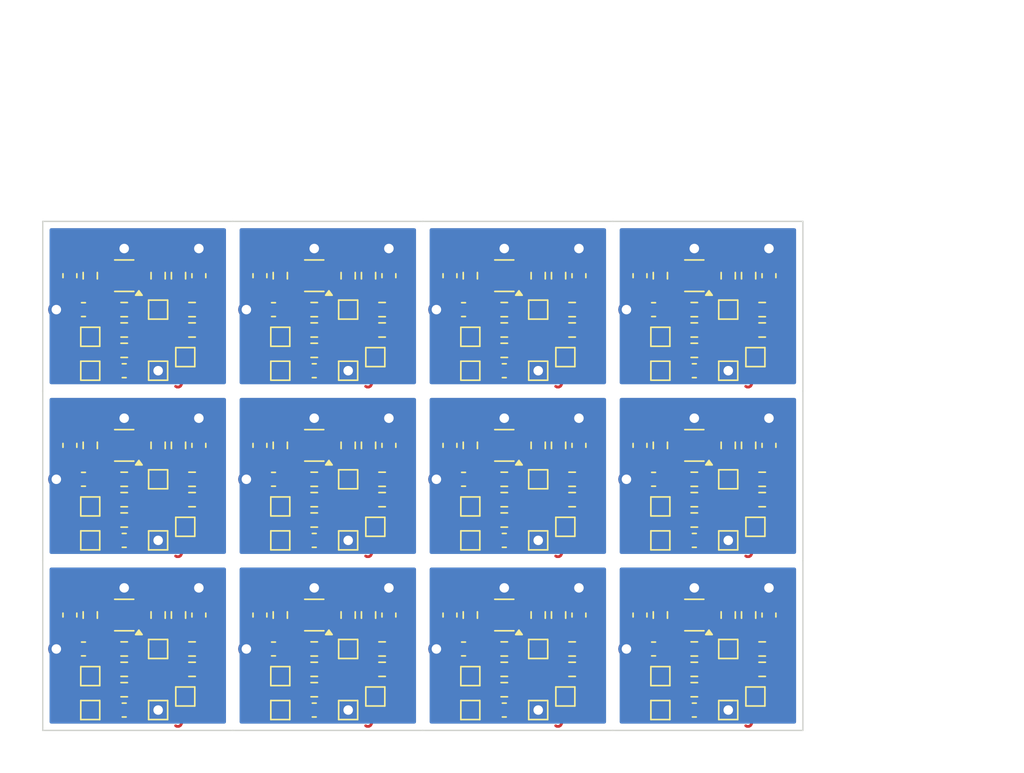
<source format=kicad_pcb>
(kicad_pcb (version 20240108) (generator "pcbnew") (generator_version "8.0")
  (layers (0 "F.Cu" signal) (31 "B.Cu" signal) (34 "B.Paste" user) (35 "F.Paste" user) (36 "B.SilkS" user "B.Silkscreen") (37 "F.SilkS" user "F.Silkscreen") (38 "B.Mask" user) (39 "F.Mask" user) (44 "Edge.Cuts" user))
  (net 0 "")
  (net 1 "Board_0-+3V3")
  (net 2 "Board_0-/IN")
  (net 3 "Board_0-/LEVEL")
  (net 4 "Board_0-/OUT")
  (net 5 "Board_0-/PULSE")
  (net 6 "Board_0-/PULSE'")
  (net 7 "Board_0-/RSSI")
  (net 8 "Board_0-GND")
  (net 9 "Board_1-+3V3")
  (net 10 "Board_1-/IN")
  (net 11 "Board_1-/LEVEL")
  (net 12 "Board_1-/OUT")
  (net 13 "Board_1-/PULSE")
  (net 14 "Board_1-/PULSE'")
  (net 15 "Board_1-/RSSI")
  (net 16 "Board_1-GND")
  (net 17 "Board_2-+3V3")
  (net 18 "Board_2-/IN")
  (net 19 "Board_2-/LEVEL")
  (net 20 "Board_2-/OUT")
  (net 21 "Board_2-/PULSE")
  (net 22 "Board_2-/PULSE'")
  (net 23 "Board_2-/RSSI")
  (net 24 "Board_2-GND")
  (net 25 "Board_3-+3V3")
  (net 26 "Board_3-/IN")
  (net 27 "Board_3-/LEVEL")
  (net 28 "Board_3-/OUT")
  (net 29 "Board_3-/PULSE")
  (net 30 "Board_3-/PULSE'")
  (net 31 "Board_3-/RSSI")
  (net 32 "Board_3-GND")
  (net 33 "Board_4-+3V3")
  (net 34 "Board_4-/IN")
  (net 35 "Board_4-/LEVEL")
  (net 36 "Board_4-/OUT")
  (net 37 "Board_4-/PULSE")
  (net 38 "Board_4-/PULSE'")
  (net 39 "Board_4-/RSSI")
  (net 40 "Board_4-GND")
  (net 41 "Board_5-+3V3")
  (net 42 "Board_5-/IN")
  (net 43 "Board_5-/LEVEL")
  (net 44 "Board_5-/OUT")
  (net 45 "Board_5-/PULSE")
  (net 46 "Board_5-/PULSE'")
  (net 47 "Board_5-/RSSI")
  (net 48 "Board_5-GND")
  (net 49 "Board_6-+3V3")
  (net 50 "Board_6-/IN")
  (net 51 "Board_6-/LEVEL")
  (net 52 "Board_6-/OUT")
  (net 53 "Board_6-/PULSE")
  (net 54 "Board_6-/PULSE'")
  (net 55 "Board_6-/RSSI")
  (net 56 "Board_6-GND")
  (net 57 "Board_7-+3V3")
  (net 58 "Board_7-/IN")
  (net 59 "Board_7-/LEVEL")
  (net 60 "Board_7-/OUT")
  (net 61 "Board_7-/PULSE")
  (net 62 "Board_7-/PULSE'")
  (net 63 "Board_7-/RSSI")
  (net 64 "Board_7-GND")
  (net 65 "Board_8-+3V3")
  (net 66 "Board_8-/IN")
  (net 67 "Board_8-/LEVEL")
  (net 68 "Board_8-/OUT")
  (net 69 "Board_8-/PULSE")
  (net 70 "Board_8-/PULSE'")
  (net 71 "Board_8-/RSSI")
  (net 72 "Board_8-GND")
  (net 73 "Board_9-+3V3")
  (net 74 "Board_9-/IN")
  (net 75 "Board_9-/LEVEL")
  (net 76 "Board_9-/OUT")
  (net 77 "Board_9-/PULSE")
  (net 78 "Board_9-/PULSE'")
  (net 79 "Board_9-/RSSI")
  (net 80 "Board_9-GND")
  (net 81 "Board_10-+3V3")
  (net 82 "Board_10-/IN")
  (net 83 "Board_10-/LEVEL")
  (net 84 "Board_10-/OUT")
  (net 85 "Board_10-/PULSE")
  (net 86 "Board_10-/PULSE'")
  (net 87 "Board_10-/RSSI")
  (net 88 "Board_10-GND")
  (net 89 "Board_11-+3V3")
  (net 90 "Board_11-/IN")
  (net 91 "Board_11-/LEVEL")
  (net 92 "Board_11-/OUT")
  (net 93 "Board_11-/PULSE")
  (net 94 "Board_11-/PULSE'")
  (net 95 "Board_11-/RSSI")
  (net 96 "Board_11-GND")
  (footprint "TestPoint:TestPoint_Pad_1.0x1.0mm" (layer "F.Cu") (at 131 30)
    (property "Reference" "TP1" (hide yes))
    (property "Value" "TestPoint")
  )
  (footprint "TestPoint:TestPoint_Pad_1.0x1.0mm" (layer "F.Cu") (at 159 55)
    (property "Reference" "TP1" (hide yes))
    (property "Value" "TestPoint")
  )
  (footprint "Resistor_SMD:R_0603_1608Metric" (layer "F.Cu") (at 126.5 40.5)
    (property "Reference" "R7" (hide yes))
    (property "Value" "1k")
  )
  (footprint "Capacitor_SMD:C_0603_1608Metric" (layer "F.Cu") (at 126.5 31)
    (property "Reference" "C4" (hide yes))
    (property "Value" "10nF")
  )
  (footprint "Resistor_SMD:R_0603_1608Metric" (layer "F.Cu") (at 131.5 40.5)
    (property "Reference" "R1" (hide yes))
    (property "Value" "10k")
  )
  (footprint "TestPoint:TestPoint_Pad_1.0x1.0mm" (layer "F.Cu") (at 124 31)
    (property "Reference" "TP3" (hide yes))
    (property "Value" "TestPoint")
  )
  (footprint "Capacitor_SMD:C_0603_1608Metric" (layer "F.Cu") (at 140.5 43.5)
    (property "Reference" "C4" (hide yes))
    (property "Value" "10nF")
  )
  (footprint "Capacitor_SMD:C_0603_1608Metric" (layer "F.Cu") (at 146 24 90)
    (property "Reference" "C3" (hide yes))
    (property "Value" "100pF")
  )
  (footprint "TestPoint:TestPoint_Pad_1.0x1.0mm" (layer "F.Cu") (at 143 43.5)
    (property "Reference" "TP4" (hide yes))
    (property "Value" "TestPoint")
  )
  (footprint "Package_TO_SOT_SMD:SOT-353_SC-70-5" (layer "F.Cu") (at 154.5 24 180)
    (property "Reference" "U1" (hide yes))
    (property "Value" "MCP6566")
  )
  (footprint "Resistor_SMD:R_0603_1608Metric" (layer "F.Cu") (at 154.5 26.5)
    (property "Reference" "R8" (hide yes))
    (property "Value" "1k")
  )
  (footprint "Capacitor_SMD:C_0603_1608Metric" (layer "F.Cu") (at 126.5 43.5)
    (property "Reference" "C4" (hide yes))
    (property "Value" "10nF")
  )
  (footprint "Resistor_SMD:R_0603_1608Metric" (layer "F.Cu") (at 154.5 53)
    (property "Reference" "R7" (hide yes))
    (property "Value" "1k")
  )
  (footprint "Capacitor_SMD:C_0603_1608Metric" (layer "F.Cu") (at 140.5 31)
    (property "Reference" "C4" (hide yes))
    (property "Value" "10nF")
  )
  (footprint "Resistor_SMD:R_0603_1608Metric" (layer "F.Cu") (at 126.5 54.5 180)
    (property "Reference" "R6" (hide yes))
    (property "Value" "1k")
  )
  (footprint "Capacitor_SMD:C_0603_1608Metric" (layer "F.Cu") (at 154.5 56)
    (property "Reference" "C4" (hide yes))
    (property "Value" "10nF")
  )
  (footprint "Resistor_SMD:R_0603_1608Metric" (layer "F.Cu") (at 138 24 90)
    (property "Reference" "R2" (hide yes))
    (property "Value" "1M")
  )
  (footprint "TestPoint:TestPoint_Pad_1.0x1.0mm" (layer "F.Cu") (at 171 43.5)
    (property "Reference" "TP4" (hide yes))
    (property "Value" "TestPoint")
  )
  (footprint "Resistor_SMD:R_0603_1608Metric" (layer "F.Cu") (at 126.5 28)
    (property "Reference" "R7" (hide yes))
    (property "Value" "1k")
  )
  (footprint "Package_TO_SOT_SMD:SOT-353_SC-70-5" (layer "F.Cu") (at 168.5 49 180)
    (property "Reference" "U1" (hide yes))
    (property "Value" "MCP6566")
  )
  (footprint "Resistor_SMD:R_0603_1608Metric" (layer "F.Cu") (at 171 49 -90)
    (property "Reference" "R5" (hide yes))
    (property "Value" "1M")
  )
  (footprint "Resistor_SMD:R_0603_1608Metric" (layer "F.Cu") (at 138 36.5 90)
    (property "Reference" "R2" (hide yes))
    (property "Value" "1M")
  )
  (footprint "Resistor_SMD:R_0603_1608Metric" (layer "F.Cu") (at 154.5 51.5)
    (property "Reference" "R8" (hide yes))
    (property "Value" "1k")
  )
  (footprint "TestPoint:TestPoint_Pad_1.0x1.0mm" (layer "F.Cu") (at 171 51.5)
    (property "Reference" "TP2" (hide yes))
    (property "Value" "TestPoint")
  )
  (footprint "Capacitor_SMD:C_0603_1608Metric" (layer "F.Cu") (at 174 24 90)
    (property "Reference" "C3" (hide yes))
    (property "Value" "100pF")
  )
  (footprint "Resistor_SMD:R_0603_1608Metric" (layer "F.Cu") (at 144.5 36.5 90)
    (property "Reference" "R4" (hide yes))
    (property "Value" "10k")
  )
  (footprint "TestPoint:TestPoint_Pad_1.0x1.0mm" (layer "F.Cu") (at 143 26.5)
    (property "Reference" "TP2" (hide yes))
    (property "Value" "TestPoint")
  )
  (footprint "Resistor_SMD:R_0603_1608Metric" (layer "F.Cu") (at 124 49 90)
    (property "Reference" "R2" (hide yes))
    (property "Value" "1M")
  )
  (footprint "Capacitor_SMD:C_0603_1608Metric" (layer "F.Cu") (at 122.5 24 -90)
    (property "Reference" "C1" (hide yes))
    (property "Value" "3pF")
  )
  (footprint "Capacitor_SMD:C_0603_1608Metric" (layer "F.Cu") (at 151.5 39 180)
    (property "Reference" "C2" (hide yes))
    (property "Value" "0.1uF")
  )
  (footprint "Capacitor_SMD:C_0603_1608Metric" (layer "F.Cu") (at 137.5 51.5 180)
    (property "Reference" "C2" (hide yes))
    (property "Value" "0.1uF")
  )
  (footprint "Resistor_SMD:R_0603_1608Metric" (layer "F.Cu") (at 158.5 36.5 90)
    (property "Reference" "R4" (hide yes))
    (property "Value" "10k")
  )
  (footprint "TestPoint:TestPoint_Pad_1.0x1.0mm" (layer "F.Cu") (at 129 26.5)
    (property "Reference" "TP2" (hide yes))
    (property "Value" "TestPoint")
  )
  (footprint "Capacitor_SMD:C_0603_1608Metric" (layer "F.Cu") (at 150.5 49 -90)
    (property "Reference" "C1" (hide yes))
    (property "Value" "3pF")
  )
  (footprint "Resistor_SMD:R_0603_1608Metric" (layer "F.Cu") (at 154.5 29.5 180)
    (property "Reference" "R6" (hide yes))
    (property "Value" "1k")
  )
  (footprint "Resistor_SMD:R_0603_1608Metric" (layer "F.Cu") (at 158.5 24 90)
    (property "Reference" "R4" (hide yes))
    (property "Value" "10k")
  )
  (footprint "Resistor_SMD:R_0603_1608Metric" (layer "F.Cu") (at 173.5 53)
    (property "Reference" "R1" (hide yes))
    (property "Value" "10k")
  )
  (footprint "Resistor_SMD:R_0603_1608Metric" (layer "F.Cu") (at 129 49 -90)
    (property "Reference" "R5" (hide yes))
    (property "Value" "1M")
  )
  (footprint "Resistor_SMD:R_0603_1608Metric" (layer "F.Cu") (at 159.5 39)
    (property "Reference" "R3" (hide yes))
    (property "Value" "10k")
  )
  (footprint "Capacitor_SMD:C_0603_1608Metric" (layer "F.Cu") (at 136.5 36.5 -90)
    (property "Reference" "C1" (hide yes))
    (property "Value" "3pF")
  )
  (footprint "TestPoint:TestPoint_Pad_1.0x1.0mm" (layer "F.Cu") (at 124 41)
    (property "Reference" "TP5" (hide yes))
    (property "Value" "TestPoint")
  )
  (footprint "TestPoint:TestPoint_Pad_1.0x1.0mm" (layer "F.Cu") (at 138 28.5)
    (property "Reference" "TP5" (hide yes))
    (property "Value" "TestPoint")
  )
  (footprint "TestPoint:TestPoint_Pad_1.0x1.0mm" (layer "F.Cu") (at 152 41)
    (property "Reference" "TP5" (hide yes))
    (property "Value" "TestPoint")
  )
  (footprint "Capacitor_SMD:C_0603_1608Metric" (layer "F.Cu") (at 160 49 90)
    (property "Reference" "C3" (hide yes))
    (property "Value" "100pF")
  )
  (footprint "Resistor_SMD:R_0603_1608Metric" (layer "F.Cu") (at 140.5 54.5 180)
    (property "Reference" "R6" (hide yes))
    (property "Value" "1k")
  )
  (footprint "Resistor_SMD:R_0603_1608Metric" (layer "F.Cu") (at 173.5 40.5)
    (property "Reference" "R1" (hide yes))
    (property "Value" "10k")
  )
  (footprint "Resistor_SMD:R_0603_1608Metric" (layer "F.Cu") (at 166 36.5 90)
    (property "Reference" "R2" (hide yes))
    (property "Value" "1M")
  )
  (footprint "TestPoint:TestPoint_Pad_1.0x1.0mm" (layer "F.Cu") (at 138 31)
    (property "Reference" "TP3" (hide yes))
    (property "Value" "TestPoint")
  )
  (footprint "TestPoint:TestPoint_Pad_1.0x1.0mm" (layer "F.Cu") (at 159 30)
    (property "Reference" "TP1" (hide yes))
    (property "Value" "TestPoint")
  )
  (footprint "TestPoint:TestPoint_Pad_1.0x1.0mm" (layer "F.Cu") (at 166 31)
    (property "Reference" "TP3" (hide yes))
    (property "Value" "TestPoint")
  )
  (footprint "Resistor_SMD:R_0603_1608Metric" (layer "F.Cu") (at 126.5 53)
    (property "Reference" "R7" (hide yes))
    (property "Value" "1k")
  )
  (footprint "Capacitor_SMD:C_0603_1608Metric" (layer "F.Cu") (at 168.5 56)
    (property "Reference" "C4" (hide yes))
    (property "Value" "10nF")
  )
  (footprint "Resistor_SMD:R_0603_1608Metric" (layer "F.Cu") (at 143 24 -90)
    (property "Reference" "R5" (hide yes))
    (property "Value" "1M")
  )
  (footprint "Resistor_SMD:R_0603_1608Metric" (layer "F.Cu") (at 130.5 24 90)
    (property "Reference" "R4" (hide yes))
    (property "Value" "10k")
  )
  (footprint "Resistor_SMD:R_0603_1608Metric" (layer "F.Cu") (at 168.5 26.5)
    (property "Reference" "R8" (hide yes))
    (property "Value" "1k")
  )
  (footprint "Resistor_SMD:R_0603_1608Metric" (layer "F.Cu") (at 131.5 53)
    (property "Reference" "R1" (hide yes))
    (property "Value" "10k")
  )
  (footprint "Resistor_SMD:R_0603_1608Metric" (layer "F.Cu") (at 154.5 40.5)
    (property "Reference" "R7" (hide yes))
    (property "Value" "1k")
  )
  (footprint "Resistor_SMD:R_0603_1608Metric" (layer "F.Cu") (at 126.5 51.5)
    (property "Reference" "R8" (hide yes))
    (property "Value" "1k")
  )
  (footprint "Resistor_SMD:R_0603_1608Metric" (layer "F.Cu") (at 154.5 42 180)
    (property "Reference" "R6" (hide yes))
    (property "Value" "1k")
  )
  (footprint "Resistor_SMD:R_0603_1608Metric" (layer "F.Cu") (at 140.5 39)
    (property "Reference" "R8" (hide yes))
    (property "Value" "1k")
  )
  (footprint "Capacitor_SMD:C_0603_1608Metric" (layer "F.Cu") (at 122.5 49 -90)
    (property "Reference" "C1" (hide yes))
    (property "Value" "3pF")
  )
  (footprint "TestPoint:TestPoint_Pad_1.0x1.0mm" (layer "F.Cu") (at 138 53.5)
    (property "Reference" "TP5" (hide yes))
    (property "Value" "TestPoint")
  )
  (footprint "Resistor_SMD:R_0603_1608Metric" (layer "F.Cu") (at 168.5 54.5 180)
    (property "Reference" "R6" (hide yes))
    (property "Value" "1k")
  )
  (footprint "TestPoint:TestPoint_Pad_1.0x1.0mm" (layer "F.Cu") (at 152 43.5)
    (property "Reference" "TP3" (hide yes))
    (property "Value" "TestPoint")
  )
  (footprint "Capacitor_SMD:C_0603_1608Metric" (layer "F.Cu") (at 154.5 43.5)
    (property "Reference" "C4" (hide yes))
    (property "Value" "10nF")
  )
  (footprint "Resistor_SMD:R_0603_1608Metric" (layer "F.Cu") (at 140.5 53)
    (property "Reference" "R7" (hide yes))
    (property "Value" "1k")
  )
  (footprint "TestPoint:TestPoint_Pad_1.0x1.0mm" (layer "F.Cu") (at 166 53.5)
    (property "Reference" "TP5" (hide yes))
    (property "Value" "TestPoint")
  )
  (footprint "TestPoint:TestPoint_Pad_1.0x1.0mm" (layer "F.Cu") (at 138 56)
    (property "Reference" "TP3" (hide yes))
    (property "Value" "TestPoint")
  )
  (footprint "TestPoint:TestPoint_Pad_1.0x1.0mm" (layer "F.Cu") (at 145 30)
    (property "Reference" "TP1" (hide yes))
    (property "Value" "TestPoint")
  )
  (footprint "Resistor_SMD:R_0603_1608Metric" (layer "F.Cu") (at 124 24 90)
    (property "Reference" "R2" (hide yes))
    (property "Value" "1M")
  )
  (footprint "TestPoint:TestPoint_Pad_1.0x1.0mm" (layer "F.Cu") (at 173 42.5)
    (property "Reference" "TP1" (hide yes))
    (property "Value" "TestPoint")
  )
  (footprint "Resistor_SMD:R_0603_1608Metric" (layer "F.Cu") (at 173.5 39)
    (property "Reference" "R3" (hide yes))
    (property "Value" "10k")
  )
  (footprint "TestPoint:TestPoint_Pad_1.0x1.0mm" (layer "F.Cu") (at 157 39)
    (property "Reference" "TP2" (hide yes))
    (property "Value" "TestPoint")
  )
  (footprint "Capacitor_SMD:C_0603_1608Metric" (layer "F.Cu") (at 164.5 49 -90)
    (property "Reference" "C1" (hide yes))
    (property "Value" "3pF")
  )
  (footprint "TestPoint:TestPoint_Pad_1.0x1.0mm" (layer "F.Cu") (at 171 39)
    (property "Reference" "TP2" (hide yes))
    (property "Value" "TestPoint")
  )
  (footprint "Capacitor_SMD:C_0603_1608Metric" (layer "F.Cu") (at 154.5 31)
    (property "Reference" "C4" (hide yes))
    (property "Value" "10nF")
  )
  (footprint "Capacitor_SMD:C_0603_1608Metric" (layer "F.Cu") (at 123.5 39 180)
    (property "Reference" "C2" (hide yes))
    (property "Value" "0.1uF")
  )
  (footprint "Resistor_SMD:R_0603_1608Metric" (layer "F.Cu") (at 159.5 28)
    (property "Reference" "R1" (hide yes))
    (property "Value" "10k")
  )
  (footprint "TestPoint:TestPoint_Pad_1.0x1.0mm" (layer "F.Cu") (at 157 31)
    (property "Reference" "TP4" (hide yes))
    (property "Value" "TestPoint")
  )
  (footprint "Package_TO_SOT_SMD:SOT-353_SC-70-5" (layer "F.Cu") (at 140.5 24 180)
    (property "Reference" "U1" (hide yes))
    (property "Value" "MCP6566")
  )
  (footprint "Resistor_SMD:R_0603_1608Metric" (layer "F.Cu") (at 130.5 49 90)
    (property "Reference" "R4" (hide yes))
    (property "Value" "10k")
  )
  (footprint "Package_TO_SOT_SMD:SOT-353_SC-70-5" (layer "F.Cu") (at 140.5 49 180)
    (property "Reference" "U1" (hide yes))
    (property "Value" "MCP6566")
  )
  (footprint "TestPoint:TestPoint_Pad_1.0x1.0mm" (layer "F.Cu") (at 157 43.5)
    (property "Reference" "TP4" (hide yes))
    (property "Value" "TestPoint")
  )
  (footprint "Capacitor_SMD:C_0603_1608Metric" (layer "F.Cu") (at 168.5 31)
    (property "Reference" "C4" (hide yes))
    (property "Value" "10nF")
  )
  (footprint "Resistor_SMD:R_0603_1608Metric" (layer "F.Cu") (at 126.5 29.5 180)
    (property "Reference" "R6" (hide yes))
    (property "Value" "1k")
  )
  (footprint "TestPoint:TestPoint_Pad_1.0x1.0mm" (layer "F.Cu") (at 171 31)
    (property "Reference" "TP4" (hide yes))
    (property "Value" "TestPoint")
  )
  (footprint "Resistor_SMD:R_0603_1608Metric" (layer "F.Cu") (at 173.5 26.5)
    (property "Reference" "R3" (hide yes))
    (property "Value" "10k")
  )
  (footprint "TestPoint:TestPoint_Pad_1.0x1.0mm" (layer "F.Cu") (at 173 55)
    (property "Reference" "TP1" (hide yes))
    (property "Value" "TestPoint")
  )
  (footprint "Capacitor_SMD:C_0603_1608Metric" (layer "F.Cu") (at 146 49 90)
    (property "Reference" "C3" (hide yes))
    (property "Value" "100pF")
  )
  (footprint "TestPoint:TestPoint_Pad_1.0x1.0mm" (layer "F.Cu") (at 166 28.5)
    (property "Reference" "TP5" (hide yes))
    (property "Value" "TestPoint")
  )
  (footprint "Capacitor_SMD:C_0603_1608Metric" (layer "F.Cu") (at 150.5 36.5 -90)
    (property "Reference" "C1" (hide yes))
    (property "Value" "3pF")
  )
  (footprint "Capacitor_SMD:C_0603_1608Metric" (layer "F.Cu") (at 174 36.5 90)
    (property "Reference" "C3" (hide yes))
    (property "Value" "100pF")
  )
  (footprint "Package_TO_SOT_SMD:SOT-353_SC-70-5" (layer "F.Cu") (at 126.5 36.5 180)
    (property "Reference" "U1" (hide yes))
    (property "Value" "MCP6566")
  )
  (footprint "Resistor_SMD:R_0603_1608Metric" (layer "F.Cu") (at 144.5 49 90)
    (property "Reference" "R4" (hide yes))
    (property "Value" "10k")
  )
  (footprint "Resistor_SMD:R_0603_1608Metric" (layer "F.Cu") (at 159.5 53)
    (property "Reference" "R1" (hide yes))
    (property "Value" "10k")
  )
  (footprint "Capacitor_SMD:C_0603_1608Metric" (layer "F.Cu") (at 150.5 24 -90)
    (property "Reference" "C1" (hide yes))
    (property "Value" "3pF")
  )
  (footprint "Resistor_SMD:R_0603_1608Metric" (layer "F.Cu") (at 138 49 90)
    (property "Reference" "R2" (hide yes))
    (property "Value" "1M")
  )
  (footprint "Resistor_SMD:R_0603_1608Metric" (layer "F.Cu") (at 166 24 90)
    (property "Reference" "R2" (hide yes))
    (property "Value" "1M")
  )
  (footprint "TestPoint:TestPoint_Pad_1.0x1.0mm" (layer "F.Cu") (at 143 39)
    (property "Reference" "TP2" (hide yes))
    (property "Value" "TestPoint")
  )
  (footprint "TestPoint:TestPoint_Pad_1.0x1.0mm" (layer "F.Cu") (at 143 56)
    (property "Reference" "TP4" (hide yes))
    (property "Value" "TestPoint")
  )
  (footprint "Resistor_SMD:R_0603_1608Metric" (layer "F.Cu") (at 140.5 51.5)
    (property "Reference" "R8" (hide yes))
    (property "Value" "1k")
  )
  (footprint "Package_TO_SOT_SMD:SOT-353_SC-70-5" (layer "F.Cu") (at 126.5 49 180)
    (property "Reference" "U1" (hide yes))
    (property "Value" "MCP6566")
  )
  (footprint "Resistor_SMD:R_0603_1608Metric" (layer "F.Cu") (at 154.5 28)
    (property "Reference" "R7" (hide yes))
    (property "Value" "1k")
  )
  (footprint "Capacitor_SMD:C_0603_1608Metric" (layer "F.Cu") (at 164.5 36.5 -90)
    (property "Reference" "C1" (hide yes))
    (property "Value" "3pF")
  )
  (footprint "TestPoint:TestPoint_Pad_1.0x1.0mm" (layer "F.Cu") (at 173 30)
    (property "Reference" "TP1" (hide yes))
    (property "Value" "TestPoint")
  )
  (footprint "Resistor_SMD:R_0603_1608Metric" (layer "F.Cu") (at 172.5 49 90)
    (property "Reference" "R4" (hide yes))
    (property "Value" "10k")
  )
  (footprint "Resistor_SMD:R_0603_1608Metric" (layer "F.Cu") (at 168.5 29.5 180)
    (property "Reference" "R6" (hide yes))
    (property "Value" "1k")
  )
  (footprint "Capacitor_SMD:C_0603_1608Metric" (layer "F.Cu") (at 137.5 26.5 180)
    (property "Reference" "C2" (hide yes))
    (property "Value" "0.1uF")
  )
  (footprint "Resistor_SMD:R_0603_1608Metric" (layer "F.Cu") (at 140.5 42 180)
    (property "Reference" "R6" (hide yes))
    (property "Value" "1k")
  )
  (footprint "Resistor_SMD:R_0603_1608Metric" (layer "F.Cu") (at 140.5 26.5)
    (property "Reference" "R8" (hide yes))
    (property "Value" "1k")
  )
  (footprint "Resistor_SMD:R_0603_1608Metric" (layer "F.Cu") (at 126.5 39)
    (property "Reference" "R8" (hide yes))
    (property "Value" "1k")
  )
  (footprint "Package_TO_SOT_SMD:SOT-353_SC-70-5" (layer "F.Cu") (at 168.5 36.5 180)
    (property "Reference" "U1" (hide yes))
    (property "Value" "MCP6566")
  )
  (footprint "Resistor_SMD:R_0603_1608Metric" (layer "F.Cu") (at 154.5 39)
    (property "Reference" "R8" (hide yes))
    (property "Value" "1k")
  )
  (footprint "Resistor_SMD:R_0603_1608Metric" (layer "F.Cu") (at 158.5 49 90)
    (property "Reference" "R4" (hide yes))
    (property "Value" "10k")
  )
  (footprint "TestPoint:TestPoint_Pad_1.0x1.0mm" (layer "F.Cu") (at 145 42.5)
    (property "Reference" "TP1" (hide yes))
    (property "Value" "TestPoint")
  )
  (footprint "TestPoint:TestPoint_Pad_1.0x1.0mm" (layer "F.Cu") (at 152 28.5)
    (property "Reference" "TP5" (hide yes))
    (property "Value" "TestPoint")
  )
  (footprint "Package_TO_SOT_SMD:SOT-353_SC-70-5" (layer "F.Cu") (at 140.5 36.5 180)
    (property "Reference" "U1" (hide yes))
    (property "Value" "MCP6566")
  )
  (footprint "Resistor_SMD:R_0603_1608Metric" (layer "F.Cu") (at 140.5 29.5 180)
    (property "Reference" "R6" (hide yes))
    (property "Value" "1k")
  )
  (footprint "Resistor_SMD:R_0603_1608Metric" (layer "F.Cu") (at 145.5 40.5)
    (property "Reference" "R1" (hide yes))
    (property "Value" "10k")
  )
  (footprint "Resistor_SMD:R_0603_1608Metric" (layer "F.Cu") (at 140.5 40.5)
    (property "Reference" "R7" (hide yes))
    (property "Value" "1k")
  )
  (footprint "Resistor_SMD:R_0603_1608Metric" (layer "F.Cu") (at 172.5 36.5 90)
    (property "Reference" "R4" (hide yes))
    (property "Value" "10k")
  )
  (footprint "Resistor_SMD:R_0603_1608Metric" (layer "F.Cu") (at 145.5 39)
    (property "Reference" "R3" (hide yes))
    (property "Value" "10k")
  )
  (footprint "TestPoint:TestPoint_Pad_1.0x1.0mm" (layer "F.Cu") (at 129 56)
    (property "Reference" "TP4" (hide yes))
    (property "Value" "TestPoint")
  )
  (footprint "Resistor_SMD:R_0603_1608Metric" (layer "F.Cu") (at 144.5 24 90)
    (property "Reference" "R4" (hide yes))
    (property "Value" "10k")
  )
  (footprint "Resistor_SMD:R_0603_1608Metric" (layer "F.Cu") (at 159.5 51.5)
    (property "Reference" "R3" (hide yes))
    (property "Value" "10k")
  )
  (footprint "Resistor_SMD:R_0603_1608Metric" (layer "F.Cu") (at 166 49 90)
    (property "Reference" "R2" (hide yes))
    (property "Value" "1M")
  )
  (footprint "TestPoint:TestPoint_Pad_1.0x1.0mm" (layer "F.Cu") (at 157 51.5)
    (property "Reference" "TP2" (hide yes))
    (property "Value" "TestPoint")
  )
  (footprint "Capacitor_SMD:C_0603_1608Metric" (layer "F.Cu") (at 165.5 39 180)
    (property "Reference" "C2" (hide yes))
    (property "Value" "0.1uF")
  )
  (footprint "Resistor_SMD:R_0603_1608Metric" (layer "F.Cu") (at 157 24 -90)
    (property "Reference" "R5" (hide yes))
    (property "Value" "1M")
  )
  (footprint "Resistor_SMD:R_0603_1608Metric" (layer "F.Cu") (at 130.5 36.5 90)
    (property "Reference" "R4" (hide yes))
    (property "Value" "10k")
  )
  (footprint "Package_TO_SOT_SMD:SOT-353_SC-70-5" (layer "F.Cu") (at 154.5 36.5 180)
    (property "Reference" "U1" (hide yes))
    (property "Value" "MCP6566")
  )
  (footprint "Resistor_SMD:R_0603_1608Metric" (layer "F.Cu") (at 168.5 53)
    (property "Reference" "R7" (hide yes))
    (property "Value" "1k")
  )
  (footprint "Resistor_SMD:R_0603_1608Metric" (layer "F.Cu") (at 168.5 28)
    (property "Reference" "R7" (hide yes))
    (property "Value" "1k")
  )
  (footprint "TestPoint:TestPoint_Pad_1.0x1.0mm" (layer "F.Cu") (at 145 55)
    (property "Reference" "TP1" (hide yes))
    (property "Value" "TestPoint")
  )
  (footprint "Resistor_SMD:R_0603_1608Metric" (layer "F.Cu") (at 129 36.5 -90)
    (property "Reference" "R5" (hide yes))
    (property "Value" "1M")
  )
  (footprint "Resistor_SMD:R_0603_1608Metric" (layer "F.Cu") (at 140.5 28)
    (property "Reference" "R7" (hide yes))
    (property "Value" "1k")
  )
  (footprint "Capacitor_SMD:C_0603_1608Metric" (layer "F.Cu") (at 174 49 90)
    (property "Reference" "C3" (hide yes))
    (property "Value" "100pF")
  )
  (footprint "Capacitor_SMD:C_0603_1608Metric" (layer "F.Cu") (at 160 24 90)
    (property "Reference" "C3" (hide yes))
    (property "Value" "100pF")
  )
  (footprint "TestPoint:TestPoint_Pad_1.0x1.0mm" (layer "F.Cu") (at 157 56)
    (property "Reference" "TP4" (hide yes))
    (property "Value" "TestPoint")
  )
  (footprint "TestPoint:TestPoint_Pad_1.0x1.0mm" (layer "F.Cu") (at 124 56)
    (property "Reference" "TP3" (hide yes))
    (property "Value" "TestPoint")
  )
  (footprint "Capacitor_SMD:C_0603_1608Metric" (layer "F.Cu") (at 136.5 24 -90)
    (property "Reference" "C1" (hide yes))
    (property "Value" "3pF")
  )
  (footprint "TestPoint:TestPoint_Pad_1.0x1.0mm" (layer "F.Cu") (at 138 41)
    (property "Reference" "TP5" (hide yes))
    (property "Value" "TestPoint")
  )
  (footprint "Resistor_SMD:R_0603_1608Metric" (layer "F.Cu") (at 159.5 40.5)
    (property "Reference" "R1" (hide yes))
    (property "Value" "10k")
  )
  (footprint "Capacitor_SMD:C_0603_1608Metric" (layer "F.Cu") (at 132 24 90)
    (property "Reference" "C3" (hide yes))
    (property "Value" "100pF")
  )
  (footprint "TestPoint:TestPoint_Pad_1.0x1.0mm" (layer "F.Cu") (at 157 26.5)
    (property "Reference" "TP2" (hide yes))
    (property "Value" "TestPoint")
  )
  (footprint "Resistor_SMD:R_0603_1608Metric" (layer "F.Cu") (at 168.5 40.5)
    (property "Reference" "R7" (hide yes))
    (property "Value" "1k")
  )
  (footprint "TestPoint:TestPoint_Pad_1.0x1.0mm" (layer "F.Cu") (at 152 56)
    (property "Reference" "TP3" (hide yes))
    (property "Value" "TestPoint")
  )
  (footprint "Resistor_SMD:R_0603_1608Metric" (layer "F.Cu") (at 145.5 26.5)
    (property "Reference" "R3" (hide yes))
    (property "Value" "10k")
  )
  (footprint "TestPoint:TestPoint_Pad_1.0x1.0mm" (layer "F.Cu") (at 131 42.5)
    (property "Reference" "TP1" (hide yes))
    (property "Value" "TestPoint")
  )
  (footprint "Capacitor_SMD:C_0603_1608Metric" (layer "F.Cu") (at 164.5 24 -90)
    (property "Reference" "C1" (hide yes))
    (property "Value" "3pF")
  )
  (footprint "Resistor_SMD:R_0603_1608Metric" (layer "F.Cu") (at 172.5 24 90)
    (property "Reference" "R4" (hide yes))
    (property "Value" "10k")
  )
  (footprint "Capacitor_SMD:C_0603_1608Metric" (layer "F.Cu") (at 146 36.5 90)
    (property "Reference" "C3" (hide yes))
    (property "Value" "100pF")
  )
  (footprint "TestPoint:TestPoint_Pad_1.0x1.0mm" (layer "F.Cu") (at 166 43.5)
    (property "Reference" "TP3" (hide yes))
    (property "Value" "TestPoint")
  )
  (footprint "Resistor_SMD:R_0603_1608Metric" (layer "F.Cu") (at 168.5 39)
    (property "Reference" "R8" (hide yes))
    (property "Value" "1k")
  )
  (footprint "TestPoint:TestPoint_Pad_1.0x1.0mm" (layer "F.Cu") (at 152 31)
    (property "Reference" "TP3" (hide yes))
    (property "Value" "TestPoint")
  )
  (footprint "Resistor_SMD:R_0603_1608Metric" (layer "F.Cu") (at 157 49 -90)
    (property "Reference" "R5" (hide yes))
    (property "Value" "1M")
  )
  (footprint "Resistor_SMD:R_0603_1608Metric" (layer "F.Cu") (at 173.5 51.5)
    (property "Reference" "R3" (hide yes))
    (property "Value" "10k")
  )
  (footprint "Resistor_SMD:R_0603_1608Metric" (layer "F.Cu") (at 152 49 90)
    (property "Reference" "R2" (hide yes))
    (property "Value" "1M")
  )
  (footprint "Capacitor_SMD:C_0603_1608Metric" (layer "F.Cu") (at 140.5 56)
    (property "Reference" "C4" (hide yes))
    (property "Value" "10nF")
  )
  (footprint "TestPoint:TestPoint_Pad_1.0x1.0mm" (layer "F.Cu") (at 124 53.5)
    (property "Reference" "TP5" (hide yes))
    (property "Value" "TestPoint")
  )
  (footprint "TestPoint:TestPoint_Pad_1.0x1.0mm" (layer "F.Cu") (at 166 56)
    (property "Reference" "TP3" (hide yes))
    (property "Value" "TestPoint")
  )
  (footprint "TestPoint:TestPoint_Pad_1.0x1.0mm" (layer "F.Cu") (at 143 51.5)
    (property "Reference" "TP2" (hide yes))
    (property "Value" "TestPoint")
  )
  (footprint "TestPoint:TestPoint_Pad_1.0x1.0mm" (layer "F.Cu") (at 152 53.5)
    (property "Reference" "TP5" (hide yes))
    (property "Value" "TestPoint")
  )
  (footprint "Capacitor_SMD:C_0603_1608Metric" (layer "F.Cu") (at 165.5 26.5 180)
    (property "Reference" "C2" (hide yes))
    (property "Value" "0.1uF")
  )
  (footprint "Capacitor_SMD:C_0603_1608Metric" (layer "F.Cu") (at 132 49 90)
    (property "Reference" "C3" (hide yes))
    (property "Value" "100pF")
  )
  (footprint "Resistor_SMD:R_0603_1608Metric" (layer "F.Cu") (at 173.5 28)
    (property "Reference" "R1" (hide yes))
    (property "Value" "10k")
  )
  (footprint "TestPoint:TestPoint_Pad_1.0x1.0mm" (layer "F.Cu") (at 143 31)
    (property "Reference" "TP4" (hide yes))
    (property "Value" "TestPoint")
  )
  (footprint "Capacitor_SMD:C_0603_1608Metric" (layer "F.Cu") (at 123.5 51.5 180)
    (property "Reference" "C2" (hide yes))
    (property "Value" "0.1uF")
  )
  (footprint "Capacitor_SMD:C_0603_1608Metric" (layer "F.Cu") (at 168.5 43.5)
    (property "Reference" "C4" (hide yes))
    (property "Value" "10nF")
  )
  (footprint "Capacitor_SMD:C_0603_1608Metric" (layer "F.Cu") (at 136.5 49 -90)
    (property "Reference" "C1" (hide yes))
    (property "Value" "3pF")
  )
  (footprint "Resistor_SMD:R_0603_1608Metric" (layer "F.Cu") (at 168.5 51.5)
    (property "Reference" "R8" (hide yes))
    (property "Value" "1k")
  )
  (footprint "TestPoint:TestPoint_Pad_1.0x1.0mm" (layer "F.Cu") (at 129 39)
    (property "Reference" "TP2" (hide yes))
    (property "Value" "TestPoint")
  )
  (footprint "Resistor_SMD:R_0603_1608Metric" (layer "F.Cu") (at 131.5 51.5)
    (property "Reference" "R3" (hide yes))
    (property "Value" "10k")
  )
  (footprint "Resistor_SMD:R_0603_1608Metric" (layer "F.Cu") (at 168.5 42 180)
    (property "Reference" "R6" (hide yes))
    (property "Value" "1k")
  )
  (footprint "Capacitor_SMD:C_0603_1608Metric" (layer "F.Cu") (at 122.5 36.5 -90)
    (property "Reference" "C1" (hide yes))
    (property "Value" "3pF")
  )
  (footprint "Resistor_SMD:R_0603_1608Metric" (layer "F.Cu") (at 152 24 90)
    (property "Reference" "R2" (hide yes))
    (property "Value" "1M")
  )
  (footprint "TestPoint:TestPoint_Pad_1.0x1.0mm" (layer "F.Cu") (at 129 51.5)
    (property "Reference" "TP2" (hide yes))
    (property "Value" "TestPoint")
  )
  (footprint "Package_TO_SOT_SMD:SOT-353_SC-70-5" (layer "F.Cu") (at 154.5 49 180)
    (property "Reference" "U1" (hide yes))
    (property "Value" "MCP6566")
  )
  (footprint "Resistor_SMD:R_0603_1608Metric" (layer "F.Cu") (at 171 24 -90)
    (property "Reference" "R5" (hide yes))
    (property "Value" "1M")
  )
  (footprint "Resistor_SMD:R_0603_1608Metric" (layer "F.Cu") (at 129 24 -90)
    (property "Reference" "R5" (hide yes))
    (property "Value" "1M")
  )
  (footprint "Capacitor_SMD:C_0603_1608Metric" (layer "F.Cu") (at 151.5 26.5 180)
    (property "Reference" "C2" (hide yes))
    (property "Value" "0.1uF")
  )
  (footprint "Package_TO_SOT_SMD:SOT-353_SC-70-5" (layer "F.Cu") (at 126.5 24 180)
    (property "Reference" "U1" (hide yes))
    (property "Value" "MCP6566")
  )
  (footprint "Resistor_SMD:R_0603_1608Metric" (layer "F.Cu") (at 124 36.5 90)
    (property "Reference" "R2" (hide yes))
    (property "Value" "1M")
  )
  (footprint "Capacitor_SMD:C_0603_1608Metric" (layer "F.Cu") (at 123.5 26.5 180)
    (property "Reference" "C2" (hide yes))
    (property "Value" "0.1uF")
  )
  (footprint "Capacitor_SMD:C_0603_1608Metric" (layer "F.Cu") (at 132 36.5 90)
    (property "Reference" "C3" (hide yes))
    (property "Value" "100pF")
  )
  (footprint "Capacitor_SMD:C_0603_1608Metric" (layer "F.Cu") (at 165.5 51.5 180)
    (property "Reference" "C2" (hide yes))
    (property "Value" "0.1uF")
  )
  (footprint "TestPoint:TestPoint_Pad_1.0x1.0mm" (layer "F.Cu") (at 159 42.5)
    (property "Reference" "TP1" (hide yes))
    (property "Value" "TestPoint")
  )
  (footprint "Resistor_SMD:R_0603_1608Metric" (layer "F.Cu") (at 143 36.5 -90)
    (property "Reference" "R5" (hide yes))
    (property "Value" "1M")
  )
  (footprint "Resistor_SMD:R_0603_1608Metric" (layer "F.Cu") (at 131.5 26.5)
    (property "Reference" "R3" (hide yes))
    (property "Value" "10k")
  )
  (footprint "Resistor_SMD:R_0603_1608Metric" (layer "F.Cu") (at 143 49 -90)
    (property "Reference" "R5" (hide yes))
    (property "Value" "1M")
  )
  (footprint "Resistor_SMD:R_0603_1608Metric" (layer "F.Cu") (at 126.5 26.5)
    (property "Reference" "R8" (hide yes))
    (property "Value" "1k")
  )
  (footprint "TestPoint:TestPoint_Pad_1.0x1.0mm" (layer "F.Cu") (at 171 26.5)
    (property "Reference" "TP2" (hide yes))
    (property "Value" "TestPoint")
  )
  (footprint "Resistor_SMD:R_0603_1608Metric" (layer "F.Cu") (at 152 36.5 90)
    (property "Reference" "R2" (hide yes))
    (property "Value" "1M")
  )
  (footprint "TestPoint:TestPoint_Pad_1.0x1.0mm" (layer "F.Cu") (at 166 41)
    (property "Reference" "TP5" (hide yes))
    (property "Value" "TestPoint")
  )
  (footprint "Resistor_SMD:R_0603_1608Metric" (layer "F.Cu") (at 131.5 39)
    (property "Reference" "R3" (hide yes))
    (property "Value" "10k")
  )
  (footprint "Resistor_SMD:R_0603_1608Metric" (layer "F.Cu") (at 171 36.5 -90)
    (property "Reference" "R5" (hide yes))
    (property "Value" "1M")
  )
  (footprint "Resistor_SMD:R_0603_1608Metric" (layer "F.Cu") (at 145.5 28)
    (property "Reference" "R1" (hide yes))
    (property "Value" "10k")
  )
  (footprint "TestPoint:TestPoint_Pad_1.0x1.0mm" (layer "F.Cu") (at 124 28.5)
    (property "Reference" "TP5" (hide yes))
    (property "Value" "TestPoint")
  )
  (footprint "Resistor_SMD:R_0603_1608Metric" (layer "F.Cu") (at 126.5 42 180)
    (property "Reference" "R6" (hide yes))
    (property "Value" "1k")
  )
  (footprint "Capacitor_SMD:C_0603_1608Metric" (layer "F.Cu") (at 160 36.5 90)
    (property "Reference" "C3" (hide yes))
    (property "Value" "100pF")
  )
  (footprint "Resistor_SMD:R_0603_1608Metric" (layer "F.Cu") (at 131.5 28)
    (property "Reference" "R1" (hide yes))
    (property "Value" "10k")
  )
  (footprint "Resistor_SMD:R_0603_1608Metric" (layer "F.Cu") (at 145.5 53)
    (property "Reference" "R1" (hide yes))
    (property "Value" "10k")
  )
  (footprint "TestPoint:TestPoint_Pad_1.0x1.0mm" (layer "F.Cu") (at 171 56)
    (property "Reference" "TP4" (hide yes))
    (property "Value" "TestPoint")
  )
  (footprint "Resistor_SMD:R_0603_1608Metric" (layer "F.Cu") (at 159.5 26.5)
    (property "Reference" "R3" (hide yes))
    (property "Value" "10k")
  )
  (footprint "Capacitor_SMD:C_0603_1608Metric" (layer "F.Cu") (at 126.5 56)
    (property "Reference" "C4" (hide yes))
    (property "Value" "10nF")
  )
  (footprint "TestPoint:TestPoint_Pad_1.0x1.0mm" (layer "F.Cu") (at 129 43.5)
    (property "Reference" "TP4" (hide yes))
    (property "Value" "TestPoint")
  )
  (footprint "TestPoint:TestPoint_Pad_1.0x1.0mm" (layer "F.Cu") (at 138 43.5)
    (property "Reference" "TP3" (hide yes))
    (property "Value" "TestPoint")
  )
  (footprint "Capacitor_SMD:C_0603_1608Metric" (layer "F.Cu") (at 137.5 39 180)
    (property "Reference" "C2" (hide yes))
    (property "Value" "0.1uF")
  )
  (footprint "TestPoint:TestPoint_Pad_1.0x1.0mm" (layer "F.Cu") (at 124 43.5)
    (property "Reference" "TP3" (hide yes))
    (property "Value" "TestPoint")
  )
  (footprint "Resistor_SMD:R_0603_1608Metric" (layer "F.Cu") (at 154.5 54.5 180)
    (property "Reference" "R6" (hide yes))
    (property "Value" "1k")
  )
  (footprint "Resistor_SMD:R_0603_1608Metric" (layer "F.Cu") (at 157 36.5 -90)
    (property "Reference" "R5" (hide yes))
    (property "Value" "1M")
  )
  (footprint "Resistor_SMD:R_0603_1608Metric" (layer "F.Cu") (at 145.5 51.5)
    (property "Reference" "R3" (hide yes))
    (property "Value" "10k")
  )
  (footprint "TestPoint:TestPoint_Pad_1.0x1.0mm" (layer "F.Cu") (at 131 55)
    (property "Reference" "TP1" (hide yes))
    (property "Value" "TestPoint")
  )
  (footprint "TestPoint:TestPoint_Pad_1.0x1.0mm" (layer "F.Cu") (at 129 31)
    (property "Reference" "TP4" (hide yes))
    (property "Value" "TestPoint")
  )
  (footprint "Capacitor_SMD:C_0603_1608Metric" (layer "F.Cu") (at 151.5 51.5 180)
    (property "Reference" "C2" (hide yes))
    (property "Value" "0.1uF")
  )
  (footprint "Package_TO_SOT_SMD:SOT-353_SC-70-5" (layer "F.Cu") (at 168.5 24 180)
    (property "Reference" "U1" (hide yes))
    (property "Value" "MCP6566")
  )
  (gr_line (start 120.5 32.5) (end 120.5 45) (stroke (width 0.1)) (layer "Edge.Cuts"))
  (gr_line (start 176.5 57.5) (end 176.5 45) (stroke (width 0.1)) (layer "Edge.Cuts"))
  (gr_line (start 176.5 32.5) (end 176.5 20) (stroke (width 0.1)) (layer "Edge.Cuts"))
  (gr_line (start 134.5 57.5) (end 148.5 57.5) (stroke (width 0.1)) (layer "Edge.Cuts"))
  (gr_line (start 148.5 20) (end 134.5 20) (stroke (width 0.1)) (layer "Edge.Cuts"))
  (gr_line (start 148.5 57.5) (end 162.5 57.5) (stroke (width 0.1)) (layer "Edge.Cuts"))
  (gr_line (start 120.5 57.5) (end 134.5 57.5) (stroke (width 0.1)) (layer "Edge.Cuts"))
  (gr_line (start 162.5 57.5) (end 176.5 57.5) (stroke (width 0.1)) (layer "Edge.Cuts"))
  (gr_line (start 176.5 45) (end 176.5 32.5) (stroke (width 0.1)) (layer "Edge.Cuts"))
  (gr_line (start 176.5 20) (end 162.5 20) (stroke (width 0.1)) (layer "Edge.Cuts"))
  (gr_line (start 120.5 45) (end 120.5 57.5) (stroke (width 0.1)) (layer "Edge.Cuts"))
  (gr_line (start 162.5 20) (end 148.5 20) (stroke (width 0.1)) (layer "Edge.Cuts"))
  (gr_line (start 120.5 20) (end 120.5 32.5) (stroke (width 0.1)) (layer "Edge.Cuts"))
  (gr_line (start 134.5 20) (end 120.5 20) (stroke (width 0.1)) (layer "Edge.Cuts"))
  (gr_text "A" (at 136.5 34.5 0) (layer "F.Cu") (effects (font (size 1 1) (thickness 0.2) (bold yes)) (justify bottom)))
  (gr_text "g" (at 172.5 32 0) (layer "F.Cu") (effects (font (size 1 1) (thickness 0.2) (bold yes)) (justify bottom)))
  (gr_text "g" (at 172.5 44.5 0) (layer "F.Cu") (effects (font (size 1 1) (thickness 0.2) (bold yes)) (justify bottom)))
  (gr_text "r" (at 164.5 44 0) (layer "F.Cu") (effects (font (size 1 1) (thickness 0.2) (bold yes)) (justify bottom)))
  (gr_text "o" (at 143 53.5 0) (layer "F.Cu") (effects (font (size 1 1) (thickness 0.2) (bold yes)) (justify bottom)))
  (gr_text "o" (at 143 41 0) (layer "F.Cu") (effects (font (size 1 1) (thickness 0.2) (bold yes)) (justify bottom)))
  (gr_text "+" (at 122.5 54 0) (layer "F.Cu") (effects (font (size 1 1) (thickness 0.2) (bold yes)) (justify bottom)))
  (gr_text "g" (at 144.5 32 0) (layer "F.Cu") (effects (font (size 1 1) (thickness 0.2) (bold yes)) (justify bottom)))
  (gr_text "A" (at 150.5 47 0) (layer "F.Cu") (effects (font (size 1 1) (thickness 0.2) (bold yes)) (justify bottom)))
  (gr_text "i" (at 146.5 43 0) (layer "F.Cu") (effects (font (size 1 1) (thickness 0.2) (bold yes)) (justify bottom)))
  (gr_text "r" (at 164.5 31.5 0) (layer "F.Cu") (effects (font (size 1 1) (thickness 0.2) (bold yes)) (justify bottom)))
  (gr_text "o" (at 143 28.5 0) (layer "F.Cu") (effects (font (size 1 1) (thickness 0.2) (bold yes)) (justify bottom)))
  (gr_text "r" (at 136.5 31.5 0) (layer "F.Cu") (effects (font (size 1 1) (thickness 0.2) (bold yes)) (justify bottom)))
  (gr_text "r" (at 122.5 31.5 0) (layer "F.Cu") (effects (font (size 1 1) (thickness 0.2) (bold yes)) (justify bottom)))
  (gr_text "o" (at 129 28.5 0) (layer "F.Cu") (effects (font (size 1 1) (thickness 0.2) (bold yes)) (justify bottom)))
  (gr_text "r" (at 150.5 56.5 0) (layer "F.Cu") (effects (font (size 1 1) (thickness 0.2) (bold yes)) (justify bottom)))
  (gr_text "A" (at 150.5 22 0) (layer "F.Cu") (effects (font (size 1 1) (thickness 0.2) (bold yes)) (justify bottom)))
  (gr_text "o" (at 157 53.5 0) (layer "F.Cu") (effects (font (size 1 1) (thickness 0.2) (bold yes)) (justify bottom)))
  (gr_text "r" (at 136.5 44 0) (layer "F.Cu") (effects (font (size 1 1) (thickness 0.2) (bold yes)) (justify bottom)))
  (gr_text "r" (at 164.5 56.5 0) (layer "F.Cu") (effects (font (size 1 1) (thickness 0.2) (bold yes)) (justify bottom)))
  (gr_text "o" (at 129 53.5 0) (layer "F.Cu") (effects (font (size 1 1) (thickness 0.2) (bold yes)) (justify bottom)))
  (gr_text "A" (at 122.5 22 0) (layer "F.Cu") (effects (font (size 1 1) (thickness 0.2) (bold yes)) (justify bottom)))
  (gr_text "A" (at 164.5 47 0) (layer "F.Cu") (effects (font (size 1 1) (thickness 0.2) (bold yes)) (justify bottom)))
  (gr_text "g" (at 130.5 57 0) (layer "F.Cu") (effects (font (size 1 1) (thickness 0.2) (bold yes)) (justify bottom)))
  (gr_text "o" (at 157 28.5 0) (layer "F.Cu") (effects (font (size 1 1) (thickness 0.2) (bold yes)) (justify bottom)))
  (gr_text "g" (at 172.5 57 0) (layer "F.Cu") (effects (font (size 1 1) (thickness 0.2) (bold yes)) (justify bottom)))
  (gr_text "+" (at 164.5 54 0) (layer "F.Cu") (effects (font (size 1 1) (thickness 0.2) (bold yes)) (justify bottom)))
  (gr_text "+" (at 122.5 41.5 0) (layer "F.Cu") (effects (font (size 1 1) (thickness 0.2) (bold yes)) (justify bottom)))
  (gr_text "A" (at 164.5 34.5 0) (layer "F.Cu") (effects (font (size 1 1) (thickness 0.2) (bold yes)) (justify bottom)))
  (gr_text "i" (at 146.5 55.5 0) (layer "F.Cu") (effects (font (size 1 1) (thickness 0.2) (bold yes)) (justify bottom)))
  (gr_text "+" (at 150.5 41.5 0) (layer "F.Cu") (effects (font (size 1 1) (thickness 0.2) (bold yes)) (justify bottom)))
  (gr_text "g" (at 158.5 32 0) (layer "F.Cu") (effects (font (size 1 1) (thickness 0.2) (bold yes)) (justify bottom)))
  (gr_text "i" (at 174.5 30.5 0) (layer "F.Cu") (effects (font (size 1 1) (thickness 0.2) (bold yes)) (justify bottom)))
  (gr_text "r" (at 122.5 44 0) (layer "F.Cu") (effects (font (size 1 1) (thickness 0.2) (bold yes)) (justify bottom)))
  (gr_text "o" (at 129 41 0) (layer "F.Cu") (effects (font (size 1 1) (thickness 0.2) (bold yes)) (justify bottom)))
  (gr_text "A" (at 122.5 34.5 0) (layer "F.Cu") (effects (font (size 1 1) (thickness 0.2) (bold yes)) (justify bottom)))
  (gr_text "A" (at 150.5 34.5 0) (layer "F.Cu") (effects (font (size 1 1) (thickness 0.2) (bold yes)) (justify bottom)))
  (gr_text "A" (at 136.5 47 0) (layer "F.Cu") (effects (font (size 1 1) (thickness 0.2) (bold yes)) (justify bottom)))
  (gr_text "i" (at 132.5 30.5 0) (layer "F.Cu") (effects (font (size 1 1) (thickness 0.2) (bold yes)) (justify bottom)))
  (gr_text "i" (at 146.5 30.5 0) (layer "F.Cu") (effects (font (size 1 1) (thickness 0.2) (bold yes)) (justify bottom)))
  (gr_text "i" (at 174.5 43 0) (layer "F.Cu") (effects (font (size 1 1) (thickness 0.2) (bold yes)) (justify bottom)))
  (gr_text "i" (at 132.5 55.5 0) (layer "F.Cu") (effects (font (size 1 1) (thickness 0.2) (bold yes)) (justify bottom)))
  (gr_text "o" (at 171 41 0) (layer "F.Cu") (effects (font (size 1 1) (thickness 0.2) (bold yes)) (justify bottom)))
  (gr_text "+" (at 136.5 29 0) (layer "F.Cu") (effects (font (size 1 1) (thickness 0.2) (bold yes)) (justify bottom)))
  (gr_text "i" (at 174.5 55.5 0) (layer "F.Cu") (effects (font (size 1 1) (thickness 0.2) (bold yes)) (justify bottom)))
  (gr_text "r" (at 122.5 56.5 0) (layer "F.Cu") (effects (font (size 1 1) (thickness 0.2) (bold yes)) (justify bottom)))
  (gr_text "g" (at 130.5 44.5 0) (layer "F.Cu") (effects (font (size 1 1) (thickness 0.2) (bold yes)) (justify bottom)))
  (gr_text "g" (at 130.5 32 0) (layer "F.Cu") (effects (font (size 1 1) (thickness 0.2) (bold yes)) (justify bottom)))
  (gr_text "o" (at 157 41 0) (layer "F.Cu") (effects (font (size 1 1) (thickness 0.2) (bold yes)) (justify bottom)))
  (gr_text "i" (at 160.5 43 0) (layer "F.Cu") (effects (font (size 1 1) (thickness 0.2) (bold yes)) (justify bottom)))
  (gr_text "o" (at 171 28.5 0) (layer "F.Cu") (effects (font (size 1 1) (thickness 0.2) (bold yes)) (justify bottom)))
  (gr_text "g" (at 158.5 57 0) (layer "F.Cu") (effects (font (size 1 1) (thickness 0.2) (bold yes)) (justify bottom)))
  (gr_text "+" (at 122.5 29 0) (layer "F.Cu") (effects (font (size 1 1) (thickness 0.2) (bold yes)) (justify bottom)))
  (gr_text "o" (at 171 53.5 0) (layer "F.Cu") (effects (font (size 1 1) (thickness 0.2) (bold yes)) (justify bottom)))
  (gr_text "r" (at 150.5 44 0) (layer "F.Cu") (effects (font (size 1 1) (thickness 0.2) (bold yes)) (justify bottom)))
  (gr_text "i" (at 160.5 55.5 0) (layer "F.Cu") (effects (font (size 1 1) (thickness 0.2) (bold yes)) (justify bottom)))
  (gr_text "A" (at 122.5 47 0) (layer "F.Cu") (effects (font (size 1 1) (thickness 0.2) (bold yes)) (justify bottom)))
  (gr_text "g" (at 158.5 44.5 0) (layer "F.Cu") (effects (font (size 1 1) (thickness 0.2) (bold yes)) (justify bottom)))
  (gr_text "+" (at 150.5 54 0) (layer "F.Cu") (effects (font (size 1 1) (thickness 0.2) (bold yes)) (justify bottom)))
  (gr_text "i" (at 132.5 43 0) (layer "F.Cu") (effects (font (size 1 1) (thickness 0.2) (bold yes)) (justify bottom)))
  (gr_text "+" (at 164.5 29 0) (layer "F.Cu") (effects (font (size 1 1) (thickness 0.2) (bold yes)) (justify bottom)))
  (gr_text "i" (at 160.5 30.5 0) (layer "F.Cu") (effects (font (size 1 1) (thickness 0.2) (bold yes)) (justify bottom)))
  (gr_text "+" (at 136.5 54 0) (layer "F.Cu") (effects (font (size 1 1) (thickness 0.2) (bold yes)) (justify bottom)))
  (gr_text "A" (at 164.5 22 0) (layer "F.Cu") (effects (font (size 1 1) (thickness 0.2) (bold yes)) (justify bottom)))
  (gr_text "g" (at 144.5 57 0) (layer "F.Cu") (effects (font (size 1 1) (thickness 0.2) (bold yes)) (justify bottom)))
  (gr_text "r" (at 136.5 56.5 0) (layer "F.Cu") (effects (font (size 1 1) (thickness 0.2) (bold yes)) (justify bottom)))
  (gr_text "+" (at 136.5 41.5 0) (layer "F.Cu") (effects (font (size 1 1) (thickness 0.2) (bold yes)) (justify bottom)))
  (gr_text "A" (at 136.5 22 0) (layer "F.Cu") (effects (font (size 1 1) (thickness 0.2) (bold yes)) (justify bottom)))
  (gr_text "g" (at 144.5 44.5 0) (layer "F.Cu") (effects (font (size 1 1) (thickness 0.2) (bold yes)) (justify bottom)))
  (gr_text "+" (at 150.5 29 0) (layer "F.Cu") (effects (font (size 1 1) (thickness 0.2) (bold yes)) (justify bottom)))
  (gr_text "+" (at 164.5 41.5 0) (layer "F.Cu") (effects (font (size 1 1) (thickness 0.2) (bold yes)) (justify bottom)))
  (gr_text "r" (at 150.5 31.5 0) (layer "F.Cu") (effects (font (size 1 1) (thickness 0.2) (bold yes)) (justify bottom)))
  (segment (start 125.675 26.5) (end 125.675 28) (width 0.4) (layer "F.Cu") (net 1))
  (segment (start 124.275 26.5) (end 124.275 25.1) (width 0.4) (layer "F.Cu") (net 1))
  (segment (start 124.275 26.5) (end 125.675 26.5) (width 0.4) (layer "F.Cu") (net 1))
  (segment (start 124.275 25.1) (end 124 24.825) (width 0.4) (layer "F.Cu") (net 1))
  (segment (start 125.675 28) (end 124.5 28) (width 0.4) (layer "F.Cu") (net 1))
  (segment (start 125.55 24.65) (end 124.175 24.65) (width 0.4) (layer "F.Cu") (net 1))
  (segment (start 124.175 24.65) (end 124 24.825) (width 0.4) (layer "F.Cu") (net 1))
  (segment (start 124.5 28) (end 124 28.5) (width 0.4) (layer "F.Cu") (net 1))
  (segment (start 130.675 29.675) (end 131 30) (width 0.4) (layer "F.Cu") (net 2))
  (segment (start 130.675 28) (end 130.675 29.675) (width 0.4) (layer "F.Cu") (net 2))
  (segment (start 130.5 29.5) (end 131 30) (width 0.4) (layer "F.Cu") (net 2))
  (segment (start 127.325 28) (end 127.325 29.5) (width 0.4) (layer "F.Cu") (net 2))
  (segment (start 130.675 26.5) (end 130.675 28) (width 0.4) (layer "F.Cu") (net 2))
  (segment (start 127.325 29.5) (end 130.5 29.5) (width 0.4) (layer "F.Cu") (net 2))
  (segment (start 124 23.175) (end 122.55 23.175) (width 0.4) (layer "F.Cu") (net 3))
  (segment (start 133.5 21.8) (end 132.5 20.8) (width 0.4) (layer "F.Cu") (net 3))
  (segment (start 124.8 20.8) (end 124 21.6) (width 0.4) (layer "F.Cu") (net 3))
  (segment (start 132.5 20.8) (end 124.8 20.8) (width 0.4) (layer "F.Cu") (net 3))
  (segment (start 124.175 23.35) (end 124 23.175) (width 0.4) (layer "F.Cu") (net 3))
  (segment (start 132.325 28) (end 133.5 26.825) (width 0.4) (layer "F.Cu") (net 3))
  (segment (start 122.55 23.175) (end 122.5 23.225) (width 0.4) (layer "F.Cu") (net 3))
  (segment (start 133.5 26.825) (end 133.5 21.8) (width 0.4) (layer "F.Cu") (net 3))
  (segment (start 124 21.6) (end 124 23.175) (width 0.4) (layer "F.Cu") (net 3))
  (segment (start 125.55 23.35) (end 124.175 23.35) (width 0.4) (layer "F.Cu") (net 3))
  (segment (start 128.825 24.65) (end 129 24.825) (width 0.4) (layer "F.Cu") (net 4))
  (segment (start 127.325 26.5) (end 129 26.5) (width 0.4) (layer "F.Cu") (net 4))
  (segment (start 129 24.825) (end 129 26.5) (width 0.4) (layer "F.Cu") (net 4))
  (segment (start 127.45 24.65) (end 128.825 24.65) (width 0.4) (layer "F.Cu") (net 4))
  (segment (start 131.95 24.825) (end 132 24.775) (width 0.4) (layer "F.Cu") (net 5))
  (segment (start 130.5 24.825) (end 131.95 24.825) (width 0.4) (layer "F.Cu") (net 5))
  (segment (start 132.325 26.5) (end 132.325 25.1) (width 0.4) (layer "F.Cu") (net 5))
  (segment (start 132.325 25.1) (end 132 24.775) (width 0.4) (layer "F.Cu") (net 5))
  (segment (start 129 23.175) (end 130.5 23.175) (width 0.4) (layer "F.Cu") (net 6))
  (segment (start 127.45 23.35) (end 128.825 23.35) (width 0.4) (layer "F.Cu") (net 6))
  (segment (start 128.825 23.35) (end 129 23.175) (width 0.4) (layer "F.Cu") (net 6))
  (segment (start 125.675 30.95) (end 125.725 31) (width 0.4) (layer "F.Cu") (net 7))
  (segment (start 124 31) (end 125.725 31) (width 0.4) (layer "F.Cu") (net 7))
  (segment (start 125.675 29.5) (end 125.675 30.95) (width 0.4) (layer "F.Cu") (net 7))
  (segment (start 122.5 24.775) (end 122.5 26.275) (width 0.4) (layer "F.Cu") (net 8))
  (segment (start 127.449999 24) (end 127.065122 24) (width 0.4) (layer "F.Cu") (net 8))
  (segment (start 122.725 26.5) (end 121.5 26.5) (width 0.4) (layer "F.Cu") (net 8))
  (segment (start 132 23.225) (end 132 22) (width 0.4) (layer "F.Cu") (net 8))
  (segment (start 122.5 26.275) (end 122.725 26.5) (width 0.4) (layer "F.Cu") (net 8))
  (segment (start 127.275 31) (end 129 31) (width 0.4) (layer "F.Cu") (net 8))
  (segment (start 126.5 23.434878) (end 126.5 22) (width 0.4) (layer "F.Cu") (net 8))
  (segment (start 127.065122 24) (end 126.5 23.434878) (width 0.4) (layer "F.Cu") (net 8))
  (via (at 126.5 22) (size 1.2) (drill 0.7) (layers "F.Cu" "B.Cu") (net 8))
  (via (at 132 22) (size 1.2) (drill 0.7) (layers "F.Cu" "B.Cu") (net 8))
  (via (at 121.5 26.5) (size 1.2) (drill 0.7) (layers "F.Cu" "B.Cu") (net 8))
  (via (at 129 31) (size 1.2) (drill 0.7) (layers "F.Cu" "B.Cu") (net 8))
  (segment (start 139.675 26.5) (end 139.675 28) (width 0.4) (layer "F.Cu") (net 9))
  (segment (start 138.275 26.5) (end 138.275 25.1) (width 0.4) (layer "F.Cu") (net 9))
  (segment (start 138.175 24.65) (end 138 24.825) (width 0.4) (layer "F.Cu") (net 9))
  (segment (start 138.275 26.5) (end 139.675 26.5) (width 0.4) (layer "F.Cu") (net 9))
  (segment (start 138.5 28) (end 138 28.5) (width 0.4) (layer "F.Cu") (net 9))
  (segment (start 138.275 25.1) (end 138 24.825) (width 0.4) (layer "F.Cu") (net 9))
  (segment (start 139.55 24.65) (end 138.175 24.65) (width 0.4) (layer "F.Cu") (net 9))
  (segment (start 139.675 28) (end 138.5 28) (width 0.4) (layer "F.Cu") (net 9))
  (segment (start 144.675 26.5) (end 144.675 28) (width 0.4) (layer "F.Cu") (net 10))
  (segment (start 144.5 29.5) (end 145 30) (width 0.4) (layer "F.Cu") (net 10))
  (segment (start 141.325 28) (end 141.325 29.5) (width 0.4) (layer "F.Cu") (net 10))
  (segment (start 144.675 28) (end 144.675 29.675) (width 0.4) (layer "F.Cu") (net 10))
  (segment (start 141.325 29.5) (end 144.5 29.5) (width 0.4) (layer "F.Cu") (net 10))
  (segment (start 144.675 29.675) (end 145 30) (width 0.4) (layer "F.Cu") (net 10))
  (segment (start 138.8 20.8) (end 138 21.6) (width 0.4) (layer "F.Cu") (net 11))
  (segment (start 147.5 26.825) (end 147.5 21.8) (width 0.4) (layer "F.Cu") (net 11))
  (segment (start 147.5 21.8) (end 146.5 20.8) (width 0.4) (layer "F.Cu") (net 11))
  (segment (start 136.55 23.175) (end 136.5 23.225) (width 0.4) (layer "F.Cu") (net 11))
  (segment (start 139.55 23.35) (end 138.175 23.35) (width 0.4) (layer "F.Cu") (net 11))
  (segment (start 146.5 20.8) (end 138.8 20.8) (width 0.4) (layer "F.Cu") (net 11))
  (segment (start 138.175 23.35) (end 138 23.175) (width 0.4) (layer "F.Cu") (net 11))
  (segment (start 146.325 28) (end 147.5 26.825) (width 0.4) (layer "F.Cu") (net 11))
  (segment (start 138 21.6) (end 138 23.175) (width 0.4) (layer "F.Cu") (net 11))
  (segment (start 138 23.175) (end 136.55 23.175) (width 0.4) (layer "F.Cu") (net 11))
  (segment (start 141.45 24.65) (end 142.825 24.65) (width 0.4) (layer "F.Cu") (net 12))
  (segment (start 143 24.825) (end 143 26.5) (width 0.4) (layer "F.Cu") (net 12))
  (segment (start 142.825 24.65) (end 143 24.825) (width 0.4) (layer "F.Cu") (net 12))
  (segment (start 141.325 26.5) (end 143 26.5) (width 0.4) (layer "F.Cu") (net 12))
  (segment (start 146.325 25.1) (end 146 24.775) (width 0.4) (layer "F.Cu") (net 13))
  (segment (start 146.325 26.5) (end 146.325 25.1) (width 0.4) (layer "F.Cu") (net 13))
  (segment (start 145.95 24.825) (end 146 24.775) (width 0.4) (layer "F.Cu") (net 13))
  (segment (start 144.5 24.825) (end 145.95 24.825) (width 0.4) (layer "F.Cu") (net 13))
  (segment (start 142.825 23.35) (end 143 23.175) (width 0.4) (layer "F.Cu") (net 14))
  (segment (start 141.45 23.35) (end 142.825 23.35) (width 0.4) (layer "F.Cu") (net 14))
  (segment (start 143 23.175) (end 144.5 23.175) (width 0.4) (layer "F.Cu") (net 14))
  (segment (start 138 31) (end 139.725 31) (width 0.4) (layer "F.Cu") (net 15))
  (segment (start 139.675 30.95) (end 139.725 31) (width 0.4) (layer "F.Cu") (net 15))
  (segment (start 139.675 29.5) (end 139.675 30.95) (width 0.4) (layer "F.Cu") (net 15))
  (segment (start 141.449999 24) (end 141.065122 24) (width 0.4) (layer "F.Cu") (net 16))
  (segment (start 136.5 24.775) (end 136.5 26.275) (width 0.4) (layer "F.Cu") (net 16))
  (segment (start 146 23.225) (end 146 22) (width 0.4) (layer "F.Cu") (net 16))
  (segment (start 141.065122 24) (end 140.5 23.434878) (width 0.4) (layer "F.Cu") (net 16))
  (segment (start 140.5 23.434878) (end 140.5 22) (width 0.4) (layer "F.Cu") (net 16))
  (segment (start 136.725 26.5) (end 135.5 26.5) (width 0.4) (layer "F.Cu") (net 16))
  (segment (start 141.275 31) (end 143 31) (width 0.4) (layer "F.Cu") (net 16))
  (segment (start 136.5 26.275) (end 136.725 26.5) (width 0.4) (layer "F.Cu") (net 16))
  (via (at 135.5 26.5) (size 1.2) (drill 0.7) (layers "F.Cu" "B.Cu") (net 16))
  (via (at 146 22) (size 1.2) (drill 0.7) (layers "F.Cu" "B.Cu") (net 16))
  (via (at 140.5 22) (size 1.2) (drill 0.7) (layers "F.Cu" "B.Cu") (net 16))
  (via (at 143 31) (size 1.2) (drill 0.7) (layers "F.Cu" "B.Cu") (net 16))
  (segment (start 152.275 25.1) (end 152 24.825) (width 0.4) (layer "F.Cu") (net 17))
  (segment (start 152.275 26.5) (end 152.275 25.1) (width 0.4) (layer "F.Cu") (net 17))
  (segment (start 153.675 28) (end 152.5 28) (width 0.4) (layer "F.Cu") (net 17))
  (segment (start 153.675 26.5) (end 153.675 28) (width 0.4) (layer "F.Cu") (net 17))
  (segment (start 152.5 28) (end 152 28.5) (width 0.4) (layer "F.Cu") (net 17))
  (segment (start 152.175 24.65) (end 152 24.825) (width 0.4) (layer "F.Cu") (net 17))
  (segment (start 152.275 26.5) (end 153.675 26.5) (width 0.4) (layer "F.Cu") (net 17))
  (segment (start 153.55 24.65) (end 152.175 24.65) (width 0.4) (layer "F.Cu") (net 17))
  (segment (start 155.325 29.5) (end 158.5 29.5) (width 0.4) (layer "F.Cu") (net 18))
  (segment (start 155.325 28) (end 155.325 29.5) (width 0.4) (layer "F.Cu") (net 18))
  (segment (start 158.675 29.675) (end 159 30) (width 0.4) (layer "F.Cu") (net 18))
  (segment (start 158.5 29.5) (end 159 30) (width 0.4) (layer "F.Cu") (net 18))
  (segment (start 158.675 26.5) (end 158.675 28) (width 0.4) (layer "F.Cu") (net 18))
  (segment (start 158.675 28) (end 158.675 29.675) (width 0.4) (layer "F.Cu") (net 18))
  (segment (start 160.5 20.8) (end 152.8 20.8) (width 0.4) (layer "F.Cu") (net 19))
  (segment (start 152.175 23.35) (end 152 23.175) (width 0.4) (layer "F.Cu") (net 19))
  (segment (start 160.325 28) (end 161.5 26.825) (width 0.4) (layer "F.Cu") (net 19))
  (segment (start 150.55 23.175) (end 150.5 23.225) (width 0.4) (layer "F.Cu") (net 19))
  (segment (start 152.8 20.8) (end 152 21.6) (width 0.4) (layer "F.Cu") (net 19))
  (segment (start 161.5 26.825) (end 161.5 21.8) (width 0.4) (layer "F.Cu") (net 19))
  (segment (start 152 23.175) (end 150.55 23.175) (width 0.4) (layer "F.Cu") (net 19))
  (segment (start 153.55 23.35) (end 152.175 23.35) (width 0.4) (layer "F.Cu") (net 19))
  (segment (start 152 21.6) (end 152 23.175) (width 0.4) (layer "F.Cu") (net 19))
  (segment (start 161.5 21.8) (end 160.5 20.8) (width 0.4) (layer "F.Cu") (net 19))
  (segment (start 155.325 26.5) (end 157 26.5) (width 0.4) (layer "F.Cu") (net 20))
  (segment (start 156.825 24.65) (end 157 24.825) (width 0.4) (layer "F.Cu") (net 20))
  (segment (start 155.45 24.65) (end 156.825 24.65) (width 0.4) (layer "F.Cu") (net 20))
  (segment (start 157 24.825) (end 157 26.5) (width 0.4) (layer "F.Cu") (net 20))
  (segment (start 160.325 26.5) (end 160.325 25.1) (width 0.4) (layer "F.Cu") (net 21))
  (segment (start 159.95 24.825) (end 160 24.775) (width 0.4) (layer "F.Cu") (net 21))
  (segment (start 160.325 25.1) (end 160 24.775) (width 0.4) (layer "F.Cu") (net 21))
  (segment (start 158.5 24.825) (end 159.95 24.825) (width 0.4) (layer "F.Cu") (net 21))
  (segment (start 156.825 23.35) (end 157 23.175) (width 0.4) (layer "F.Cu") (net 22))
  (segment (start 157 23.175) (end 158.5 23.175) (width 0.4) (layer "F.Cu") (net 22))
  (segment (start 155.45 23.35) (end 156.825 23.35) (width 0.4) (layer "F.Cu") (net 22))
  (segment (start 152 31) (end 153.725 31) (width 0.4) (layer "F.Cu") (net 23))
  (segment (start 153.675 29.5) (end 153.675 30.95) (width 0.4) (layer "F.Cu") (net 23))
  (segment (start 153.675 30.95) (end 153.725 31) (width 0.4) (layer "F.Cu") (net 23))
  (segment (start 160 23.225) (end 160 22) (width 0.4) (layer "F.Cu") (net 24))
  (segment (start 155.275 31) (end 157 31) (width 0.4) (layer "F.Cu") (net 24))
  (segment (start 155.065122 24) (end 154.5 23.434878) (width 0.4) (layer "F.Cu") (net 24))
  (segment (start 154.5 23.434878) (end 154.5 22) (width 0.4) (layer "F.Cu") (net 24))
  (segment (start 150.5 26.275) (end 150.725 26.5) (width 0.4) (layer "F.Cu") (net 24))
  (segment (start 155.449999 24) (end 155.065122 24) (width 0.4) (layer "F.Cu") (net 24))
  (segment (start 150.725 26.5) (end 149.5 26.5) (width 0.4) (layer "F.Cu") (net 24))
  (segment (start 150.5 24.775) (end 150.5 26.275) (width 0.4) (layer "F.Cu") (net 24))
  (via (at 160 22) (size 1.2) (drill 0.7) (layers "F.Cu" "B.Cu") (net 24))
  (via (at 157 31) (size 1.2) (drill 0.7) (layers "F.Cu" "B.Cu") (net 24))
  (via (at 154.5 22) (size 1.2) (drill 0.7) (layers "F.Cu" "B.Cu") (net 24))
  (via (at 149.5 26.5) (size 1.2) (drill 0.7) (layers "F.Cu" "B.Cu") (net 24))
  (segment (start 166.175 24.65) (end 166 24.825) (width 0.4) (layer "F.Cu") (net 25))
  (segment (start 167.55 24.65) (end 166.175 24.65) (width 0.4) (layer "F.Cu") (net 25))
  (segment (start 167.675 26.5) (end 167.675 28) (width 0.4) (layer "F.Cu") (net 25))
  (segment (start 166.275 26.5) (end 167.675 26.5) (width 0.4) (layer "F.Cu") (net 25))
  (segment (start 166.5 28) (end 166 28.5) (width 0.4) (layer "F.Cu") (net 25))
  (segment (start 167.675 28) (end 166.5 28) (width 0.4) (layer "F.Cu") (net 25))
  (segment (start 166.275 26.5) (end 166.275 25.1) (width 0.4) (layer "F.Cu") (net 25))
  (segment (start 166.275 25.1) (end 166 24.825) (width 0.4) (layer "F.Cu") (net 25))
  (segment (start 172.675 29.675) (end 173 30) (width 0.4) (layer "F.Cu") (net 26))
  (segment (start 172.5 29.5) (end 173 30) (width 0.4) (layer "F.Cu") (net 26))
  (segment (start 169.325 28) (end 169.325 29.5) (width 0.4) (layer "F.Cu") (net 26))
  (segment (start 172.675 28) (end 172.675 29.675) (width 0.4) (layer "F.Cu") (net 26))
  (segment (start 169.325 29.5) (end 172.5 29.5) (width 0.4) (layer "F.Cu") (net 26))
  (segment (start 172.675 26.5) (end 172.675 28) (width 0.4) (layer "F.Cu") (net 26))
  (segment (start 174.5 20.8) (end 166.8 20.8) (width 0.4) (layer "F.Cu") (net 27))
  (segment (start 166 21.6) (end 166 23.175) (width 0.4) (layer "F.Cu") (net 27))
  (segment (start 166 23.175) (end 164.55 23.175) (width 0.4) (layer "F.Cu") (net 27))
  (segment (start 174.325 28) (end 175.5 26.825) (width 0.4) (layer "F.Cu") (net 27))
  (segment (start 175.5 26.825) (end 175.5 21.8) (width 0.4) (layer "F.Cu") (net 27))
  (segment (start 164.55 23.175) (end 164.5 23.225) (width 0.4) (layer "F.Cu") (net 27))
  (segment (start 175.5 21.8) (end 174.5 20.8) (width 0.4) (layer "F.Cu") (net 27))
  (segment (start 167.55 23.35) (end 166.175 23.35) (width 0.4) (layer "F.Cu") (net 27))
  (segment (start 166.175 23.35) (end 166 23.175) (width 0.4) (layer "F.Cu") (net 27))
  (segment (start 166.8 20.8) (end 166 21.6) (width 0.4) (layer "F.Cu") (net 27))
  (segment (start 169.45 24.65) (end 170.825 24.65) (width 0.4) (layer "F.Cu") (net 28))
  (segment (start 169.325 26.5) (end 171 26.5) (width 0.4) (layer "F.Cu") (net 28))
  (segment (start 171 24.825) (end 171 26.5) (width 0.4) (layer "F.Cu") (net 28))
  (segment (start 170.825 24.65) (end 171 24.825) (width 0.4) (layer "F.Cu") (net 28))
  (segment (start 174.325 25.1) (end 174 24.775) (width 0.4) (layer "F.Cu") (net 29))
  (segment (start 173.95 24.825) (end 174 24.775) (width 0.4) (layer "F.Cu") (net 29))
  (segment (start 174.325 26.5) (end 174.325 25.1) (width 0.4) (layer "F.Cu") (net 29))
  (segment (start 172.5 24.825) (end 173.95 24.825) (width 0.4) (layer "F.Cu") (net 29))
  (segment (start 169.45 23.35) (end 170.825 23.35) (width 0.4) (layer "F.Cu") (net 30))
  (segment (start 171 23.175) (end 172.5 23.175) (width 0.4) (layer "F.Cu") (net 30))
  (segment (start 170.825 23.35) (end 171 23.175) (width 0.4) (layer "F.Cu") (net 30))
  (segment (start 166 31) (end 167.725 31) (width 0.4) (layer "F.Cu") (net 31))
  (segment (start 167.675 30.95) (end 167.725 31) (width 0.4) (layer "F.Cu") (net 31))
  (segment (start 167.675 29.5) (end 167.675 30.95) (width 0.4) (layer "F.Cu") (net 31))
  (segment (start 164.5 24.775) (end 164.5 26.275) (width 0.4) (layer "F.Cu") (net 32))
  (segment (start 164.5 26.275) (end 164.725 26.5) (width 0.4) (layer "F.Cu") (net 32))
  (segment (start 169.449999 24) (end 169.065122 24) (width 0.4) (layer "F.Cu") (net 32))
  (segment (start 168.5 23.434878) (end 168.5 22) (width 0.4) (layer "F.Cu") (net 32))
  (segment (start 169.275 31) (end 171 31) (width 0.4) (layer "F.Cu") (net 32))
  (segment (start 164.725 26.5) (end 163.5 26.5) (width 0.4) (layer "F.Cu") (net 32))
  (segment (start 169.065122 24) (end 168.5 23.434878) (width 0.4) (layer "F.Cu") (net 32))
  (segment (start 174 23.225) (end 174 22) (width 0.4) (layer "F.Cu") (net 32))
  (via (at 171 31) (size 1.2) (drill 0.7) (layers "F.Cu" "B.Cu") (net 32))
  (via (at 168.5 22) (size 1.2) (drill 0.7) (layers "F.Cu" "B.Cu") (net 32))
  (via (at 163.5 26.5) (size 1.2) (drill 0.7) (layers "F.Cu" "B.Cu") (net 32))
  (via (at 174 22) (size 1.2) (drill 0.7) (layers "F.Cu" "B.Cu") (net 32))
  (segment (start 124.175 37.15) (end 124 37.325) (width 0.4) (layer "F.Cu") (net 33))
  (segment (start 125.675 39) (end 125.675 40.5) (width 0.4) (layer "F.Cu") (net 33))
  (segment (start 124.275 37.6) (end 124 37.325) (width 0.4) (layer "F.Cu") (net 33))
  (segment (start 124.5 40.5) (end 124 41) (width 0.4) (layer "F.Cu") (net 33))
  (segment (start 125.675 40.5) (end 124.5 40.5) (width 0.4) (layer "F.Cu") (net 33))
  (segment (start 124.275 39) (end 124.275 37.6) (width 0.4) (layer "F.Cu") (net 33))
  (segment (start 124.275 39) (end 125.675 39) (width 0.4) (layer "F.Cu") (net 33))
  (segment (start 125.55 37.15) (end 124.175 37.15) (width 0.4) (layer "F.Cu") (net 33))
  (segment (start 130.675 42.175) (end 131 42.5) (width 0.4) (layer "F.Cu") (net 34))
  (segment (start 130.675 39) (end 130.675 40.5) (width 0.4) (layer "F.Cu") (net 34))
  (segment (start 130.5 42) (end 131 42.5) (width 0.4) (layer "F.Cu") (net 34))
  (segment (start 130.675 40.5) (end 130.675 42.175) (width 0.4) (layer "F.Cu") (net 34))
  (segment (start 127.325 42) (end 130.5 42) (width 0.4) (layer "F.Cu") (net 34))
  (segment (start 127.325 40.5) (end 127.325 42) (width 0.4) (layer "F.Cu") (net 34))
  (segment (start 122.55 35.675) (end 122.5 35.725) (width 0.4) (layer "F.Cu") (net 35))
  (segment (start 125.55 35.85) (end 124.175 35.85) (width 0.4) (layer "F.Cu") (net 35))
  (segment (start 132.5 33.3) (end 124.8 33.3) (width 0.4) (layer "F.Cu") (net 35))
  (segment (start 133.5 39.325) (end 133.5 34.3) (width 0.4) (layer "F.Cu") (net 35))
  (segment (start 133.5 34.3) (end 132.5 33.3) (width 0.4) (layer "F.Cu") (net 35))
  (segment (start 124.175 35.85) (end 124 35.675) (width 0.4) (layer "F.Cu") (net 35))
  (segment (start 124.8 33.3) (end 124 34.1) (width 0.4) (layer "F.Cu") (net 35))
  (segment (start 132.325 40.5) (end 133.5 39.325) (width 0.4) (layer "F.Cu") (net 35))
  (segment (start 124 35.675) (end 122.55 35.675) (width 0.4) (layer "F.Cu") (net 35))
  (segment (start 124 34.1) (end 124 35.675) (width 0.4) (layer "F.Cu") (net 35))
  (segment (start 128.825 37.15) (end 129 37.325) (width 0.4) (layer "F.Cu") (net 36))
  (segment (start 127.45 37.15) (end 128.825 37.15) (width 0.4) (layer "F.Cu") (net 36))
  (segment (start 127.325 39) (end 129 39) (width 0.4) (layer "F.Cu") (net 36))
  (segment (start 129 37.325) (end 129 39) (width 0.4) (layer "F.Cu") (net 36))
  (segment (start 131.95 37.325) (end 132 37.275) (width 0.4) (layer "F.Cu") (net 37))
  (segment (start 132.325 37.6) (end 132 37.275) (width 0.4) (layer "F.Cu") (net 37))
  (segment (start 130.5 37.325) (end 131.95 37.325) (width 0.4) (layer "F.Cu") (net 37))
  (segment (start 132.325 39) (end 132.325 37.6) (width 0.4) (layer "F.Cu") (net 37))
  (segment (start 127.45 35.85) (end 128.825 35.85) (width 0.4) (layer "F.Cu") (net 38))
  (segment (start 128.825 35.85) (end 129 35.675) (width 0.4) (layer "F.Cu") (net 38))
  (segment (start 129 35.675) (end 130.5 35.675) (width 0.4) (layer "F.Cu") (net 38))
  (segment (start 124 43.5) (end 125.725 43.5) (width 0.4) (layer "F.Cu") (net 39))
  (segment (start 125.675 43.45) (end 125.725 43.5) (width 0.4) (layer "F.Cu") (net 39))
  (segment (start 125.675 42) (end 125.675 43.45) (width 0.4) (layer "F.Cu") (net 39))
  (segment (start 127.449999 36.5) (end 127.065122 36.5) (width 0.4) (layer "F.Cu") (net 40))
  (segment (start 126.5 35.934878) (end 126.5 34.5) (width 0.4) (layer "F.Cu") (net 40))
  (segment (start 122.725 39) (end 121.5 39) (width 0.4) (layer "F.Cu") (net 40))
  (segment (start 127.275 43.5) (end 129 43.5) (width 0.4) (layer "F.Cu") (net 40))
  (segment (start 122.5 38.775) (end 122.725 39) (width 0.4) (layer "F.Cu") (net 40))
  (segment (start 127.065122 36.5) (end 126.5 35.934878) (width 0.4) (layer "F.Cu") (net 40))
  (segment (start 122.5 37.275) (end 122.5 38.775) (width 0.4) (layer "F.Cu") (net 40))
  (segment (start 132 35.725) (end 132 34.5) (width 0.4) (layer "F.Cu") (net 40))
  (via (at 132 34.5) (size 1.2) (drill 0.7) (layers "F.Cu" "B.Cu") (net 40))
  (via (at 126.5 34.5) (size 1.2) (drill 0.7) (layers "F.Cu" "B.Cu") (net 40))
  (via (at 121.5 39) (size 1.2) (drill 0.7) (layers "F.Cu" "B.Cu") (net 40))
  (via (at 129 43.5) (size 1.2) (drill 0.7) (layers "F.Cu" "B.Cu") (net 40))
  (segment (start 138.175 37.15) (end 138 37.325) (width 0.4) (layer "F.Cu") (net 41))
  (segment (start 139.675 39) (end 139.675 40.5) (width 0.4) (layer "F.Cu") (net 41))
  (segment (start 138.275 39) (end 139.675 39) (width 0.4) (layer "F.Cu") (net 41))
  (segment (start 138.275 39) (end 138.275 37.6) (width 0.4) (layer "F.Cu") (net 41))
  (segment (start 138.5 40.5) (end 138 41) (width 0.4) (layer "F.Cu") (net 41))
  (segment (start 138.275 37.6) (end 138 37.325) (width 0.4) (layer "F.Cu") (net 41))
  (segment (start 139.55 37.15) (end 138.175 37.15) (width 0.4) (layer "F.Cu") (net 41))
  (segment (start 139.675 40.5) (end 138.5 40.5) (width 0.4) (layer "F.Cu") (net 41))
  (segment (start 144.5 42) (end 145 42.5) (width 0.4) (layer "F.Cu") (net 42))
  (segment (start 141.325 40.5) (end 141.325 42) (width 0.4) (layer "F.Cu") (net 42))
  (segment (start 144.675 39) (end 144.675 40.5) (width 0.4) (layer "F.Cu") (net 42))
  (segment (start 141.325 42) (end 144.5 42) (width 0.4) (layer "F.Cu") (net 42))
  (segment (start 144.675 40.5) (end 144.675 42.175) (width 0.4) (layer "F.Cu") (net 42))
  (segment (start 144.675 42.175) (end 145 42.5) (width 0.4) (layer "F.Cu") (net 42))
  (segment (start 139.55 35.85) (end 138.175 35.85) (width 0.4) (layer "F.Cu") (net 43))
  (segment (start 146.5 33.3) (end 138.8 33.3) (width 0.4) (layer "F.Cu") (net 43))
  (segment (start 146.325 40.5) (end 147.5 39.325) (width 0.4) (layer "F.Cu") (net 43))
  (segment (start 147.5 39.325) (end 147.5 34.3) (width 0.4) (layer "F.Cu") (net 43))
  (segment (start 138.175 35.85) (end 138 35.675) (width 0.4) (layer "F.Cu") (net 43))
  (segment (start 138 35.675) (end 136.55 35.675) (width 0.4) (layer "F.Cu") (net 43))
  (segment (start 138 34.1) (end 138 35.675) (width 0.4) (layer "F.Cu") (net 43))
  (segment (start 136.55 35.675) (end 136.5 35.725) (width 0.4) (layer "F.Cu") (net 43))
  (segment (start 147.5 34.3) (end 146.5 33.3) (width 0.4) (layer "F.Cu") (net 43))
  (segment (start 138.8 33.3) (end 138 34.1) (width 0.4) (layer "F.Cu") (net 43))
  (segment (start 141.325 39) (end 143 39) (width 0.4) (layer "F.Cu") (net 44))
  (segment (start 141.45 37.15) (end 142.825 37.15) (width 0.4) (layer "F.Cu") (net 44))
  (segment (start 143 37.325) (end 143 39) (width 0.4) (layer "F.Cu") (net 44))
  (segment (start 142.825 37.15) (end 143 37.325) (width 0.4) (layer "F.Cu") (net 44))
  (segment (start 145.95 37.325) (end 146 37.275) (width 0.4) (layer "F.Cu") (net 45))
  (segment (start 146.325 37.6) (end 146 37.275) (width 0.4) (layer "F.Cu") (net 45))
  (segment (start 146.325 39) (end 146.325 37.6) (width 0.4) (layer "F.Cu") (net 45))
  (segment (start 144.5 37.325) (end 145.95 37.325) (width 0.4) (layer "F.Cu") (net 45))
  (segment (start 142.825 35.85) (end 143 35.675) (width 0.4) (layer "F.Cu") (net 46))
  (segment (start 141.45 35.85) (end 142.825 35.85) (width 0.4) (layer "F.Cu") (net 46))
  (segment (start 143 35.675) (end 144.5 35.675) (width 0.4) (layer "F.Cu") (net 46))
  (segment (start 139.675 43.45) (end 139.725 43.5) (width 0.4) (layer "F.Cu") (net 47))
  (segment (start 139.675 42) (end 139.675 43.45) (width 0.4) (layer "F.Cu") (net 47))
  (segment (start 138 43.5) (end 139.725 43.5) (width 0.4) (layer "F.Cu") (net 47))
  (segment (start 141.065122 36.5) (end 140.5 35.934878) (width 0.4) (layer "F.Cu") (net 48))
  (segment (start 136.725 39) (end 135.5 39) (width 0.4) (layer "F.Cu") (net 48))
  (segment (start 141.449999 36.5) (end 141.065122 36.5) (width 0.4) (layer "F.Cu") (net 48))
  (segment (start 141.275 43.5) (end 143 43.5) (width 0.4) (layer "F.Cu") (net 48))
  (segment (start 136.5 37.275) (end 136.5 38.775) (width 0.4) (layer "F.Cu") (net 48))
  (segment (start 146 35.725) (end 146 34.5) (width 0.4) (layer "F.Cu") (net 48))
  (segment (start 136.5 38.775) (end 136.725 39) (width 0.4) (layer "F.Cu") (net 48))
  (segment (start 140.5 35.934878) (end 140.5 34.5) (width 0.4) (layer "F.Cu") (net 48))
  (via (at 140.5 34.5) (size 1.2) (drill 0.7) (layers "F.Cu" "B.Cu") (net 48))
  (via (at 143 43.5) (size 1.2) (drill 0.7) (layers "F.Cu" "B.Cu") (net 48))
  (via (at 146 34.5) (size 1.2) (drill 0.7) (layers "F.Cu" "B.Cu") (net 48))
  (via (at 135.5 39) (size 1.2) (drill 0.7) (layers "F.Cu" "B.Cu") (net 48))
  (segment (start 153.675 40.5) (end 152.5 40.5) (width 0.4) (layer "F.Cu") (net 49))
  (segment (start 153.675 39) (end 153.675 40.5) (width 0.4) (layer "F.Cu") (net 49))
  (segment (start 152.175 37.15) (end 152 37.325) (width 0.4) (layer "F.Cu") (net 49))
  (segment (start 152.275 39) (end 153.675 39) (width 0.4) (layer "F.Cu") (net 49))
  (segment (start 152.5 40.5) (end 152 41) (width 0.4) (layer "F.Cu") (net 49))
  (segment (start 152.275 39) (end 152.275 37.6) (width 0.4) (layer "F.Cu") (net 49))
  (segment (start 153.55 37.15) (end 152.175 37.15) (width 0.4) (layer "F.Cu") (net 49))
  (segment (start 152.275 37.6) (end 152 37.325) (width 0.4) (layer "F.Cu") (net 49))
  (segment (start 158.675 39) (end 158.675 40.5) (width 0.4) (layer "F.Cu") (net 50))
  (segment (start 155.325 40.5) (end 155.325 42) (width 0.4) (layer "F.Cu") (net 50))
  (segment (start 158.675 42.175) (end 159 42.5) (width 0.4) (layer "F.Cu") (net 50))
  (segment (start 155.325 42) (end 158.5 42) (width 0.4) (layer "F.Cu") (net 50))
  (segment (start 158.675 40.5) (end 158.675 42.175) (width 0.4) (layer "F.Cu") (net 50))
  (segment (start 158.5 42) (end 159 42.5) (width 0.4) (layer "F.Cu") (net 50))
  (segment (start 152.8 33.3) (end 152 34.1) (width 0.4) (layer "F.Cu") (net 51))
  (segment (start 161.5 39.325) (end 161.5 34.3) (width 0.4) (layer "F.Cu") (net 51))
  (segment (start 161.5 34.3) (end 160.5 33.3) (width 0.4) (layer "F.Cu") (net 51))
  (segment (start 160.325 40.5) (end 161.5 39.325) (width 0.4) (layer "F.Cu") (net 51))
  (segment (start 160.5 33.3) (end 152.8 33.3) (width 0.4) (layer "F.Cu") (net 51))
  (segment (start 152.175 35.85) (end 152 35.675) (width 0.4) (layer "F.Cu") (net 51))
  (segment (start 152 35.675) (end 150.55 35.675) (width 0.4) (layer "F.Cu") (net 51))
  (segment (start 150.55 35.675) (end 150.5 35.725) (width 0.4) (layer "F.Cu") (net 51))
  (segment (start 153.55 35.85) (end 152.175 35.85) (width 0.4) (layer "F.Cu") (net 51))
  (segment (start 152 34.1) (end 152 35.675) (width 0.4) (layer "F.Cu") (net 51))
  (segment (start 155.325 39) (end 157 39) (width 0.4) (layer "F.Cu") (net 52))
  (segment (start 155.45 37.15) (end 156.825 37.15) (width 0.4) (layer "F.Cu") (net 52))
  (segment (start 156.825 37.15) (end 157 37.325) (width 0.4) (layer "F.Cu") (net 52))
  (segment (start 157 37.325) (end 157 39) (width 0.4) (layer "F.Cu") (net 52))
  (segment (start 160.325 37.6) (end 160 37.275) (width 0.4) (layer "F.Cu") (net 53))
  (segment (start 159.95 37.325) (end 160 37.275) (width 0.4) (layer "F.Cu") (net 53))
  (segment (start 160.325 39) (end 160.325 37.6) (width 0.4) (layer "F.Cu") (net 53))
  (segment (start 158.5 37.325) (end 159.95 37.325) (width 0.4) (layer "F.Cu") (net 53))
  (segment (start 156.825 35.85) (end 157 35.675) (width 0.4) (layer "F.Cu") (net 54))
  (segment (start 155.45 35.85) (end 156.825 35.85) (width 0.4) (layer "F.Cu") (net 54))
  (segment (start 157 35.675) (end 158.5 35.675) (width 0.4) (layer "F.Cu") (net 54))
  (segment (start 153.675 43.45) (end 153.725 43.5) (width 0.4) (layer "F.Cu") (net 55))
  (segment (start 153.675 42) (end 153.675 43.45) (width 0.4) (layer "F.Cu") (net 55))
  (segment (start 152 43.5) (end 153.725 43.5) (width 0.4) (layer "F.Cu") (net 55))
  (segment (start 150.5 37.275) (end 150.5 38.775) (width 0.4) (layer "F.Cu") (net 56))
  (segment (start 155.065122 36.5) (end 154.5 35.934878) (width 0.4) (layer "F.Cu") (net 56))
  (segment (start 150.5 38.775) (end 150.725 39) (width 0.4) (layer "F.Cu") (net 56))
  (segment (start 155.449999 36.5) (end 155.065122 36.5) (width 0.4) (layer "F.Cu") (net 56))
  (segment (start 160 35.725) (end 160 34.5) (width 0.4) (layer "F.Cu") (net 56))
  (segment (start 150.725 39) (end 149.5 39) (width 0.4) (layer "F.Cu") (net 56))
  (segment (start 154.5 35.934878) (end 154.5 34.5) (width 0.4) (layer "F.Cu") (net 56))
  (segment (start 155.275 43.5) (end 157 43.5) (width 0.4) (layer "F.Cu") (net 56))
  (via (at 154.5 34.5) (size 1.2) (drill 0.7) (layers "F.Cu" "B.Cu") (net 56))
  (via (at 157 43.5) (size 1.2) (drill 0.7) (layers "F.Cu" "B.Cu") (net 56))
  (via (at 149.5 39) (size 1.2) (drill 0.7) (layers "F.Cu" "B.Cu") (net 56))
  (via (at 160 34.5) (size 1.2) (drill 0.7) (layers "F.Cu" "B.Cu") (net 56))
  (segment (start 166.175 37.15) (end 166 37.325) (width 0.4) (layer "F.Cu") (net 57))
  (segment (start 167.675 39) (end 167.675 40.5) (width 0.4) (layer "F.Cu") (net 57))
  (segment (start 166.275 39) (end 166.275 37.6) (width 0.4) (layer "F.Cu") (net 57))
  (segment (start 166.275 37.6) (end 166 37.325) (width 0.4) (layer "F.Cu") (net 57))
  (segment (start 166.5 40.5) (end 166 41) (width 0.4) (layer "F.Cu") (net 57))
  (segment (start 166.275 39) (end 167.675 39) (width 0.4) (layer "F.Cu") (net 57))
  (segment (start 167.55 37.15) (end 166.175 37.15) (width 0.4) (layer "F.Cu") (net 57))
  (segment (start 167.675 40.5) (end 166.5 40.5) (width 0.4) (layer "F.Cu") (net 57))
  (segment (start 172.675 42.175) (end 173 42.5) (width 0.4) (layer "F.Cu") (net 58))
  (segment (start 172.675 40.5) (end 172.675 42.175) (width 0.4) (layer "F.Cu") (net 58))
  (segment (start 169.325 42) (end 172.5 42) (width 0.4) (layer "F.Cu") (net 58))
  (segment (start 172.675 39) (end 172.675 40.5) (width 0.4) (layer "F.Cu") (net 58))
  (segment (start 169.325 40.5) (end 169.325 42) (width 0.4) (layer "F.Cu") (net 58))
  (segment (start 172.5 42) (end 173 42.5) (width 0.4) (layer "F.Cu") (net 58))
  (segment (start 166 34.1) (end 166 35.675) (width 0.4) (layer "F.Cu") (net 59))
  (segment (start 164.55 35.675) (end 164.5 35.725) (width 0.4) (layer "F.Cu") (net 59))
  (segment (start 174.5 33.3) (end 166.8 33.3) (width 0.4) (layer "F.Cu") (net 59))
  (segment (start 175.5 34.3) (end 174.5 33.3) (width 0.4) (layer "F.Cu") (net 59))
  (segment (start 166 35.675) (end 164.55 35.675) (width 0.4) (layer "F.Cu") (net 59))
  (segment (start 166.175 35.85) (end 166 35.675) (width 0.4) (layer "F.Cu") (net 59))
  (segment (start 167.55 35.85) (end 166.175 35.85) (width 0.4) (layer "F.Cu") (net 59))
  (segment (start 166.8 33.3) (end 166 34.1) (width 0.4) (layer "F.Cu") (net 59))
  (segment (start 174.325 40.5) (end 175.5 39.325) (width 0.4) (layer "F.Cu") (net 59))
  (segment (start 175.5 39.325) (end 175.5 34.3) (width 0.4) (layer "F.Cu") (net 59))
  (segment (start 169.45 37.15) (end 170.825 37.15) (width 0.4) (layer "F.Cu") (net 60))
  (segment (start 170.825 37.15) (end 171 37.325) (width 0.4) (layer "F.Cu") (net 60))
  (segment (start 171 37.325) (end 171 39) (width 0.4) (layer "F.Cu") (net 60))
  (segment (start 169.325 39) (end 171 39) (width 0.4) (layer "F.Cu") (net 60))
  (segment (start 173.95 37.325) (end 174 37.275) (width 0.4) (layer "F.Cu") (net 61))
  (segment (start 172.5 37.325) (end 173.95 37.325) (width 0.4) (layer "F.Cu") (net 61))
  (segment (start 174.325 39) (end 174.325 37.6) (width 0.4) (layer "F.Cu") (net 61))
  (segment (start 174.325 37.6) (end 174 37.275) (width 0.4) (layer "F.Cu") (net 61))
  (segment (start 169.45 35.85) (end 170.825 35.85) (width 0.4) (layer "F.Cu") (net 62))
  (segment (start 170.825 35.85) (end 171 35.675) (width 0.4) (layer "F.Cu") (net 62))
  (segment (start 171 35.675) (end 172.5 35.675) (width 0.4) (layer "F.Cu") (net 62))
  (segment (start 167.675 43.45) (end 167.725 43.5) (width 0.4) (layer "F.Cu") (net 63))
  (segment (start 167.675 42) (end 167.675 43.45) (width 0.4) (layer "F.Cu") (net 63))
  (segment (start 166 43.5) (end 167.725 43.5) (width 0.4) (layer "F.Cu") (net 63))
  (segment (start 169.275 43.5) (end 171 43.5) (width 0.4) (layer "F.Cu") (net 64))
  (segment (start 168.5 35.934878) (end 168.5 34.5) (width 0.4) (layer "F.Cu") (net 64))
  (segment (start 174 35.725) (end 174 34.5) (width 0.4) (layer "F.Cu") (net 64))
  (segment (start 164.725 39) (end 163.5 39) (width 0.4) (layer "F.Cu") (net 64))
  (segment (start 164.5 38.775) (end 164.725 39) (width 0.4) (layer "F.Cu") (net 64))
  (segment (start 164.5 37.275) (end 164.5 38.775) (width 0.4) (layer "F.Cu") (net 64))
  (segment (start 169.065122 36.5) (end 168.5 35.934878) (width 0.4) (layer "F.Cu") (net 64))
  (segment (start 169.449999 36.5) (end 169.065122 36.5) (width 0.4) (layer "F.Cu") (net 64))
  (via (at 174 34.5) (size 1.2) (drill 0.7) (layers "F.Cu" "B.Cu") (net 64))
  (via (at 171 43.5) (size 1.2) (drill 0.7) (layers "F.Cu" "B.Cu") (net 64))
  (via (at 163.5 39) (size 1.2) (drill 0.7) (layers "F.Cu" "B.Cu") (net 64))
  (via (at 168.5 34.5) (size 1.2) (drill 0.7) (layers "F.Cu" "B.Cu") (net 64))
  (segment (start 125.55 49.65) (end 124.175 49.65) (width 0.4) (layer "F.Cu") (net 65))
  (segment (start 124.5 53) (end 124 53.5) (width 0.4) (layer "F.Cu") (net 65))
  (segment (start 125.675 53) (end 124.5 53) (width 0.4) (layer "F.Cu") (net 65))
  (segment (start 124.275 51.5) (end 125.675 51.5) (width 0.4) (layer "F.Cu") (net 65))
  (segment (start 124.275 50.1) (end 124 49.825) (width 0.4) (layer "F.Cu") (net 65))
  (segment (start 124.175 49.65) (end 124 49.825) (width 0.4) (layer "F.Cu") (net 65))
  (segment (start 125.675 51.5) (end 125.675 53) (width 0.4) (layer "F.Cu") (net 65))
  (segment (start 124.275 51.5) (end 124.275 50.1) (width 0.4) (layer "F.Cu") (net 65))
  (segment (start 130.675 53) (end 130.675 54.675) (width 0.4) (layer "F.Cu") (net 66))
  (segment (start 127.325 54.5) (end 130.5 54.5) (width 0.4) (layer "F.Cu") (net 66))
  (segment (start 130.5 54.5) (end 131 55) (width 0.4) (layer "F.Cu") (net 66))
  (segment (start 130.675 54.675) (end 131 55) (width 0.4) (layer "F.Cu") (net 66))
  (segment (start 127.325 53) (end 127.325 54.5) (width 0.4) (layer "F.Cu") (net 66))
  (segment (start 130.675 51.5) (end 130.675 53) (width 0.4) (layer "F.Cu") (net 66))
  (segment (start 124 48.175) (end 122.55 48.175) (width 0.4) (layer "F.Cu") (net 67))
  (segment (start 133.5 46.8) (end 132.5 45.8) (width 0.4) (layer "F.Cu") (net 67))
  (segment (start 122.55 48.175) (end 122.5 48.225) (width 0.4) (layer "F.Cu") (net 67))
  (segment (start 132.5 45.8) (end 124.8 45.8) (width 0.4) (layer "F.Cu") (net 67))
  (segment (start 133.5 51.825) (end 133.5 46.8) (width 0.4) (layer "F.Cu") (net 67))
  (segment (start 125.55 48.35) (end 124.175 48.35) (width 0.4) (layer "F.Cu") (net 67))
  (segment (start 124.175 48.35) (end 124 48.175) (width 0.4) (layer "F.Cu") (net 67))
  (segment (start 124 46.6) (end 124 48.175) (width 0.4) (layer "F.Cu") (net 67))
  (segment (start 124.8 45.8) (end 124 46.6) (width 0.4) (layer "F.Cu") (net 67))
  (segment (start 132.325 53) (end 133.5 51.825) (width 0.4) (layer "F.Cu") (net 67))
  (segment (start 127.325 51.5) (end 129 51.5) (width 0.4) (layer "F.Cu") (net 68))
  (segment (start 128.825 49.65) (end 129 49.825) (width 0.4) (layer "F.Cu") (net 68))
  (segment (start 129 49.825) (end 129 51.5) (width 0.4) (layer "F.Cu") (net 68))
  (segment (start 127.45 49.65) (end 128.825 49.65) (width 0.4) (layer "F.Cu") (net 68))
  (segment (start 131.95 49.825) (end 132 49.775) (width 0.4) (layer "F.Cu") (net 69))
  (segment (start 132.325 50.1) (end 132 49.775) (width 0.4) (layer "F.Cu") (net 69))
  (segment (start 130.5 49.825) (end 131.95 49.825) (width 0.4) (layer "F.Cu") (net 69))
  (segment (start 132.325 51.5) (end 132.325 50.1) (width 0.4) (layer "F.Cu") (net 69))
  (segment (start 128.825 48.35) (end 129 48.175) (width 0.4) (layer "F.Cu") (net 70))
  (segment (start 129 48.175) (end 130.5 48.175) (width 0.4) (layer "F.Cu") (net 70))
  (segment (start 127.45 48.35) (end 128.825 48.35) (width 0.4) (layer "F.Cu") (net 70))
  (segment (start 125.675 54.5) (end 125.675 55.95) (width 0.4) (layer "F.Cu") (net 71))
  (segment (start 125.675 55.95) (end 125.725 56) (width 0.4) (layer "F.Cu") (net 71))
  (segment (start 124 56) (end 125.725 56) (width 0.4) (layer "F.Cu") (net 71))
  (segment (start 126.5 48.434878) (end 126.5 47) (width 0.4) (layer "F.Cu") (net 72))
  (segment (start 132 48.225) (end 132 47) (width 0.4) (layer "F.Cu") (net 72))
  (segment (start 127.449999 49) (end 127.065122 49) (width 0.4) (layer "F.Cu") (net 72))
  (segment (start 127.065122 49) (end 126.5 48.434878) (width 0.4) (layer "F.Cu") (net 72))
  (segment (start 127.275 56) (end 129 56) (width 0.4) (layer "F.Cu") (net 72))
  (segment (start 122.725 51.5) (end 121.5 51.5) (width 0.4) (layer "F.Cu") (net 72))
  (segment (start 122.5 51.275) (end 122.725 51.5) (width 0.4) (layer "F.Cu") (net 72))
  (segment (start 122.5 49.775) (end 122.5 51.275) (width 0.4) (layer "F.Cu") (net 72))
  (via (at 132 47) (size 1.2) (drill 0.7) (layers "F.Cu" "B.Cu") (net 72))
  (via (at 126.5 47) (size 1.2) (drill 0.7) (layers "F.Cu" "B.Cu") (net 72))
  (via (at 129 56) (size 1.2) (drill 0.7) (layers "F.Cu" "B.Cu") (net 72))
  (via (at 121.5 51.5) (size 1.2) (drill 0.7) (layers "F.Cu" "B.Cu") (net 72))
  (segment (start 138.275 50.1) (end 138 49.825) (width 0.4) (layer "F.Cu") (net 73))
  (segment (start 139.55 49.65) (end 138.175 49.65) (width 0.4) (layer "F.Cu") (net 73))
  (segment (start 138.275 51.5) (end 139.675 51.5) (width 0.4) (layer "F.Cu") (net 73))
  (segment (start 138.275 51.5) (end 138.275 50.1) (width 0.4) (layer "F.Cu") (net 73))
  (segment (start 139.675 51.5) (end 139.675 53) (width 0.4) (layer "F.Cu") (net 73))
  (segment (start 138.175 49.65) (end 138 49.825) (width 0.4) (layer "F.Cu") (net 73))
  (segment (start 138.5 53) (end 138 53.5) (width 0.4) (layer "F.Cu") (net 73))
  (segment (start 139.675 53) (end 138.5 53) (width 0.4) (layer "F.Cu") (net 73))
  (segment (start 144.675 51.5) (end 144.675 53) (width 0.4) (layer "F.Cu") (net 74))
  (segment (start 144.675 53) (end 144.675 54.675) (width 0.4) (layer "F.Cu") (net 74))
  (segment (start 141.325 54.5) (end 144.5 54.5) (width 0.4) (layer "F.Cu") (net 74))
  (segment (start 141.325 53) (end 141.325 54.5) (width 0.4) (layer "F.Cu") (net 74))
  (segment (start 144.675 54.675) (end 145 55) (width 0.4) (layer "F.Cu") (net 74))
  (segment (start 144.5 54.5) (end 145 55) (width 0.4) (layer "F.Cu") (net 74))
  (segment (start 138 48.175) (end 136.55 48.175) (width 0.4) (layer "F.Cu") (net 75))
  (segment (start 138.175 48.35) (end 138 48.175) (width 0.4) (layer "F.Cu") (net 75))
  (segment (start 138.8 45.8) (end 138 46.6) (width 0.4) (layer "F.Cu") (net 75))
  (segment (start 147.5 51.825) (end 147.5 46.8) (width 0.4) (layer "F.Cu") (net 75))
  (segment (start 147.5 46.8) (end 146.5 45.8) (width 0.4) (layer "F.Cu") (net 75))
  (segment (start 139.55 48.35) (end 138.175 48.35) (width 0.4) (layer "F.Cu") (net 75))
  (segment (start 138 46.6) (end 138 48.175) (width 0.4) (layer "F.Cu") (net 75))
  (segment (start 146.325 53) (end 147.5 51.825) (width 0.4) (layer "F.Cu") (net 75))
  (segment (start 136.55 48.175) (end 136.5 48.225) (width 0.4) (layer "F.Cu") (net 75))
  (segment (start 146.5 45.8) (end 138.8 45.8) (width 0.4) (layer "F.Cu") (net 75))
  (segment (start 141.45 49.65) (end 142.825 49.65) (width 0.4) (layer "F.Cu") (net 76))
  (segment (start 143 49.825) (end 143 51.5) (width 0.4) (layer "F.Cu") (net 76))
  (segment (start 141.325 51.5) (end 143 51.5) (width 0.4) (layer "F.Cu") (net 76))
  (segment (start 142.825 49.65) (end 143 49.825) (width 0.4) (layer "F.Cu") (net 76))
  (segment (start 145.95 49.825) (end 146 49.775) (width 0.4) (layer "F.Cu") (net 77))
  (segment (start 144.5 49.825) (end 145.95 49.825) (width 0.4) (layer "F.Cu") (net 77))
  (segment (start 146.325 51.5) (end 146.325 50.1) (width 0.4) (layer "F.Cu") (net 77))
  (segment (start 146.325 50.1) (end 146 49.775) (width 0.4) (layer "F.Cu") (net 77))
  (segment (start 141.45 48.35) (end 142.825 48.35) (width 0.4) (layer "F.Cu") (net 78))
  (segment (start 143 48.175) (end 144.5 48.175) (width 0.4) (layer "F.Cu") (net 78))
  (segment (start 142.825 48.35) (end 143 48.175) (width 0.4) (layer "F.Cu") (net 78))
  (segment (start 139.675 55.95) (end 139.725 56) (width 0.4) (layer "F.Cu") (net 79))
  (segment (start 139.675 54.5) (end 139.675 55.95) (width 0.4) (layer "F.Cu") (net 79))
  (segment (start 138 56) (end 139.725 56) (width 0.4) (layer "F.Cu") (net 79))
  (segment (start 136.725 51.5) (end 135.5 51.5) (width 0.4) (layer "F.Cu") (net 80))
  (segment (start 141.449999 49) (end 141.065122 49) (width 0.4) (layer "F.Cu") (net 80))
  (segment (start 136.5 49.775) (end 136.5 51.275) (width 0.4) (layer "F.Cu") (net 80))
  (segment (start 140.5 48.434878) (end 140.5 47) (width 0.4) (layer "F.Cu") (net 80))
  (segment (start 136.5 51.275) (end 136.725 51.5) (width 0.4) (layer "F.Cu") (net 80))
  (segment (start 141.065122 49) (end 140.5 48.434878) (width 0.4) (layer "F.Cu") (net 80))
  (segment (start 141.275 56) (end 143 56) (width 0.4) (layer "F.Cu") (net 80))
  (segment (start 146 48.225) (end 146 47) (width 0.4) (layer "F.Cu") (net 80))
  (via (at 140.5 47) (size 1.2) (drill 0.7) (layers "F.Cu" "B.Cu") (net 80))
  (via (at 143 56) (size 1.2) (drill 0.7) (layers "F.Cu" "B.Cu") (net 80))
  (via (at 146 47) (size 1.2) (drill 0.7) (layers "F.Cu" "B.Cu") (net 80))
  (via (at 135.5 51.5) (size 1.2) (drill 0.7) (layers "F.Cu" "B.Cu") (net 80))
  (segment (start 152.5 53) (end 152 53.5) (width 0.4) (layer "F.Cu") (net 81))
  (segment (start 153.55 49.65) (end 152.175 49.65) (width 0.4) (layer "F.Cu") (net 81))
  (segment (start 153.675 51.5) (end 153.675 53) (width 0.4) (layer "F.Cu") (net 81))
  (segment (start 152.275 50.1) (end 152 49.825) (width 0.4) (layer "F.Cu") (net 81))
  (segment (start 152.275 51.5) (end 153.675 51.5) (width 0.4) (layer "F.Cu") (net 81))
  (segment (start 152.275 51.5) (end 152.275 50.1) (width 0.4) (layer "F.Cu") (net 81))
  (segment (start 153.675 53) (end 152.5 53) (width 0.4) (layer "F.Cu") (net 81))
  (segment (start 152.175 49.65) (end 152 49.825) (width 0.4) (layer "F.Cu") (net 81))
  (segment (start 158.675 54.675) (end 159 55) (width 0.4) (layer "F.Cu") (net 82))
  (segment (start 158.675 53) (end 158.675 54.675) (width 0.4) (layer "F.Cu") (net 82))
  (segment (start 155.325 54.5) (end 158.5 54.5) (width 0.4) (layer "F.Cu") (net 82))
  (segment (start 158.5 54.5) (end 159 55) (width 0.4) (layer "F.Cu") (net 82))
  (segment (start 158.675 51.5) (end 158.675 53) (width 0.4) (layer "F.Cu") (net 82))
  (segment (start 155.325 53) (end 155.325 54.5) (width 0.4) (layer "F.Cu") (net 82))
  (segment (start 152 48.175) (end 150.55 48.175) (width 0.4) (layer "F.Cu") (net 83))
  (segment (start 161.5 46.8) (end 160.5 45.8) (width 0.4) (layer "F.Cu") (net 83))
  (segment (start 152.175 48.35) (end 152 48.175) (width 0.4) (layer "F.Cu") (net 83))
  (segment (start 152.8 45.8) (end 152 46.6) (width 0.4) (layer "F.Cu") (net 83))
  (segment (start 160.325 53) (end 161.5 51.825) (width 0.4) (layer "F.Cu") (net 83))
  (segment (start 153.55 48.35) (end 152.175 48.35) (width 0.4) (layer "F.Cu") (net 83))
  (segment (start 150.55 48.175) (end 150.5 48.225) (width 0.4) (layer "F.Cu") (net 83))
  (segment (start 160.5 45.8) (end 152.8 45.8) (width 0.4) (layer "F.Cu") (net 83))
  (segment (start 152 46.6) (end 152 48.175) (width 0.4) (layer "F.Cu") (net 83))
  (segment (start 161.5 51.825) (end 161.5 46.8) (width 0.4) (layer "F.Cu") (net 83))
  (segment (start 155.325 51.5) (end 157 51.5) (width 0.4) (layer "F.Cu") (net 84))
  (segment (start 156.825 49.65) (end 157 49.825) (width 0.4) (layer "F.Cu") (net 84))
  (segment (start 155.45 49.65) (end 156.825 49.65) (width 0.4) (layer "F.Cu") (net 84))
  (segment (start 157 49.825) (end 157 51.5) (width 0.4) (layer "F.Cu") (net 84))
  (segment (start 159.95 49.825) (end 160 49.775) (width 0.4) (layer "F.Cu") (net 85))
  (segment (start 158.5 49.825) (end 159.95 49.825) (width 0.4) (layer "F.Cu") (net 85))
  (segment (start 160.325 50.1) (end 160 49.775) (width 0.4) (layer "F.Cu") (net 85))
  (segment (start 160.325 51.5) (end 160.325 50.1) (width 0.4) (layer "F.Cu") (net 85))
  (segment (start 156.825 48.35) (end 157 48.175) (width 0.4) (layer "F.Cu") (net 86))
  (segment (start 155.45 48.35) (end 156.825 48.35) (width 0.4) (layer "F.Cu") (net 86))
  (segment (start 157 48.175) (end 158.5 48.175) (width 0.4) (layer "F.Cu") (net 86))
  (segment (start 153.675 55.95) (end 153.725 56) (width 0.4) (layer "F.Cu") (net 87))
  (segment (start 153.675 54.5) (end 153.675 55.95) (width 0.4) (layer "F.Cu") (net 87))
  (segment (start 152 56) (end 153.725 56) (width 0.4) (layer "F.Cu") (net 87))
  (segment (start 155.449999 49) (end 155.065122 49) (width 0.4) (layer "F.Cu") (net 88))
  (segment (start 155.065122 49) (end 154.5 48.434878) (width 0.4) (layer "F.Cu") (net 88))
  (segment (start 150.725 51.5) (end 149.5 51.5) (width 0.4) (layer "F.Cu") (net 88))
  (segment (start 155.275 56) (end 157 56) (width 0.4) (layer "F.Cu") (net 88))
  (segment (start 150.5 49.775) (end 150.5 51.275) (width 0.4) (layer "F.Cu") (net 88))
  (segment (start 154.5 48.434878) (end 154.5 47) (width 0.4) (layer "F.Cu") (net 88))
  (segment (start 160 48.225) (end 160 47) (width 0.4) (layer "F.Cu") (net 88))
  (segment (start 150.5 51.275) (end 150.725 51.5) (width 0.4) (layer "F.Cu") (net 88))
  (via (at 154.5 47) (size 1.2) (drill 0.7) (layers "F.Cu" "B.Cu") (net 88))
  (via (at 157 56) (size 1.2) (drill 0.7) (layers "F.Cu" "B.Cu") (net 88))
  (via (at 160 47) (size 1.2) (drill 0.7) (layers "F.Cu" "B.Cu") (net 88))
  (via (at 149.5 51.5) (size 1.2) (drill 0.7) (layers "F.Cu" "B.Cu") (net 88))
  (segment (start 166.275 50.1) (end 166 49.825) (width 0.4) (layer "F.Cu") (net 89))
  (segment (start 167.55 49.65) (end 166.175 49.65) (width 0.4) (layer "F.Cu") (net 89))
  (segment (start 166.275 51.5) (end 166.275 50.1) (width 0.4) (layer "F.Cu") (net 89))
  (segment (start 167.675 51.5) (end 167.675 53) (width 0.4) (layer "F.Cu") (net 89))
  (segment (start 166.5 53) (end 166 53.5) (width 0.4) (layer "F.Cu") (net 89))
  (segment (start 167.675 53) (end 166.5 53) (width 0.4) (layer "F.Cu") (net 89))
  (segment (start 166.275 51.5) (end 167.675 51.5) (width 0.4) (layer "F.Cu") (net 89))
  (segment (start 166.175 49.65) (end 166 49.825) (width 0.4) (layer "F.Cu") (net 89))
  (segment (start 172.675 51.5) (end 172.675 53) (width 0.4) (layer "F.Cu") (net 90))
  (segment (start 172.675 54.675) (end 173 55) (width 0.4) (layer "F.Cu") (net 90))
  (segment (start 172.5 54.5) (end 173 55) (width 0.4) (layer "F.Cu") (net 90))
  (segment (start 169.325 54.5) (end 172.5 54.5) (width 0.4) (layer "F.Cu") (net 90))
  (segment (start 169.325 53) (end 169.325 54.5) (width 0.4) (layer "F.Cu") (net 90))
  (segment (start 172.675 53) (end 172.675 54.675) (width 0.4) (layer "F.Cu") (net 90))
  (segment (start 174.5 45.8) (end 166.8 45.8) (width 0.4) (layer "F.Cu") (net 91))
  (segment (start 166 48.175) (end 164.55 48.175) (width 0.4) (layer "F.Cu") (net 91))
  (segment (start 167.55 48.35) (end 166.175 48.35) (width 0.4) (layer "F.Cu") (net 91))
  (segment (start 174.325 53) (end 175.5 51.825) (width 0.4) (layer "F.Cu") (net 91))
  (segment (start 175.5 46.8) (end 174.5 45.8) (width 0.4) (layer "F.Cu") (net 91))
  (segment (start 175.5 51.825) (end 175.5 46.8) (width 0.4) (layer "F.Cu") (net 91))
  (segment (start 166.8 45.8) (end 166 46.6) (width 0.4) (layer "F.Cu") (net 91))
  (segment (start 166.175 48.35) (end 166 48.175) (width 0.4) (layer "F.Cu") (net 91))
  (segment (start 164.55 48.175) (end 164.5 48.225) (width 0.4) (layer "F.Cu") (net 91))
  (segment (start 166 46.6) (end 166 48.175) (width 0.4) (layer "F.Cu") (net 91))
  (segment (start 169.45 49.65) (end 170.825 49.65) (width 0.4) (layer "F.Cu") (net 92))
  (segment (start 171 49.825) (end 171 51.5) (width 0.4) (layer "F.Cu") (net 92))
  (segment (start 169.325 51.5) (end 171 51.5) (width 0.4) (layer "F.Cu") (net 92))
  (segment (start 170.825 49.65) (end 171 49.825) (width 0.4) (layer "F.Cu") (net 92))
  (segment (start 173.95 49.825) (end 174 49.775) (width 0.4) (layer "F.Cu") (net 93))
  (segment (start 172.5 49.825) (end 173.95 49.825) (width 0.4) (layer "F.Cu") (net 93))
  (segment (start 174.325 50.1) (end 174 49.775) (width 0.4) (layer "F.Cu") (net 93))
  (segment (start 174.325 51.5) (end 174.325 50.1) (width 0.4) (layer "F.Cu") (net 93))
  (segment (start 171 48.175) (end 172.5 48.175) (width 0.4) (layer "F.Cu") (net 94))
  (segment (start 170.825 48.35) (end 171 48.175) (width 0.4) (layer "F.Cu") (net 94))
  (segment (start 169.45 48.35) (end 170.825 48.35) (width 0.4) (layer "F.Cu") (net 94))
  (segment (start 167.675 55.95) (end 167.725 56) (width 0.4) (layer "F.Cu") (net 95))
  (segment (start 167.675 54.5) (end 167.675 55.95) (width 0.4) (layer "F.Cu") (net 95))
  (segment (start 166 56) (end 167.725 56) (width 0.4) (layer "F.Cu") (net 95))
  (segment (start 168.5 48.434878) (end 168.5 47) (width 0.4) (layer "F.Cu") (net 96))
  (segment (start 164.5 51.275) (end 164.725 51.5) (width 0.4) (layer "F.Cu") (net 96))
  (segment (start 169.275 56) (end 171 56) (width 0.4) (layer "F.Cu") (net 96))
  (segment (start 174 48.225) (end 174 47) (width 0.4) (layer "F.Cu") (net 96))
  (segment (start 169.065122 49) (end 168.5 48.434878) (width 0.4) (layer "F.Cu") (net 96))
  (segment (start 164.5 49.775) (end 164.5 51.275) (width 0.4) (layer "F.Cu") (net 96))
  (segment (start 169.449999 49) (end 169.065122 49) (width 0.4) (layer "F.Cu") (net 96))
  (segment (start 164.725 51.5) (end 163.5 51.5) (width 0.4) (layer "F.Cu") (net 96))
  (via (at 163.5 51.5) (size 1.2) (drill 0.7) (layers "F.Cu" "B.Cu") (net 96))
  (via (at 174 47) (size 1.2) (drill 0.7) (layers "F.Cu" "B.Cu") (net 96))
  (via (at 171 56) (size 1.2) (drill 0.7) (layers "F.Cu" "B.Cu") (net 96))
  (via (at 168.5 47) (size 1.2) (drill 0.7) (layers "F.Cu" "B.Cu") (net 96))
  (zone (net 56) (net_name "Board_6-GND") (layer "B.Cu") (connect_pads (clearance 0.5)) (min_thickness 0.25) (fill yes (thermal_gap 0.5) (thermal_bridge_width 0.5))
    (polygon (pts (xy 148.5 32.5) (xy 162.5 32.5) (xy 162.5 45) (xy 148.5 45)))
  )
  (zone (net 16) (net_name "Board_1-GND") (layer "B.Cu") (connect_pads (clearance 0.5)) (min_thickness 0.25) (fill yes (thermal_gap 0.5) (thermal_bridge_width 0.5))
    (polygon (pts (xy 134.5 20) (xy 148.5 20) (xy 148.5 32.5) (xy 134.5 32.5)))
  )
  (zone (net 48) (net_name "Board_5-GND") (layer "B.Cu") (connect_pads (clearance 0.5)) (min_thickness 0.25) (fill yes (thermal_gap 0.5) (thermal_bridge_width 0.5))
    (polygon (pts (xy 134.5 32.5) (xy 148.5 32.5) (xy 148.5 45) (xy 134.5 45)))
  )
  (zone (net 72) (net_name "Board_8-GND") (layer "B.Cu") (connect_pads (clearance 0.5)) (min_thickness 0.25) (fill yes (thermal_gap 0.5) (thermal_bridge_width 0.5))
    (polygon (pts (xy 120.5 45) (xy 134.5 45) (xy 134.5 57.5) (xy 120.5 57.5)))
  )
  (zone (net 8) (net_name "Board_0-GND") (layer "B.Cu") (connect_pads (clearance 0.5)) (min_thickness 0.25) (fill yes (thermal_gap 0.5) (thermal_bridge_width 0.5))
    (polygon (pts (xy 120.5 20) (xy 134.5 20) (xy 134.5 32.5) (xy 120.5 32.5)))
  )
  (zone (net 80) (net_name "Board_9-GND") (layer "B.Cu") (connect_pads (clearance 0.5)) (min_thickness 0.25) (fill yes (thermal_gap 0.5) (thermal_bridge_width 0.5))
    (polygon (pts (xy 134.5 45) (xy 148.5 45) (xy 148.5 57.5) (xy 134.5 57.5)))
  )
  (zone (net 32) (net_name "Board_3-GND") (layer "B.Cu") (connect_pads (clearance 0.5)) (min_thickness 0.25) (fill yes (thermal_gap 0.5) (thermal_bridge_width 0.5))
    (polygon (pts (xy 162.5 20) (xy 176.5 20) (xy 176.5 32.5) (xy 162.5 32.5)))
  )
  (zone (net 88) (net_name "Board_10-GND") (layer "B.Cu") (connect_pads (clearance 0.5)) (min_thickness 0.25) (fill yes (thermal_gap 0.5) (thermal_bridge_width 0.5))
    (polygon (pts (xy 148.5 45) (xy 162.5 45) (xy 162.5 57.5) (xy 148.5 57.5)))
  )
  (zone (net 40) (net_name "Board_4-GND") (layer "B.Cu") (connect_pads (clearance 0.5)) (min_thickness 0.25) (fill yes (thermal_gap 0.5) (thermal_bridge_width 0.5))
    (polygon (pts (xy 120.5 32.5) (xy 134.5 32.5) (xy 134.5 45) (xy 120.5 45)))
  )
  (zone (net 96) (net_name "Board_11-GND") (layer "B.Cu") (connect_pads (clearance 0.5)) (min_thickness 0.25) (fill yes (thermal_gap 0.5) (thermal_bridge_width 0.5))
    (polygon (pts (xy 162.5 45) (xy 176.5 45) (xy 176.5 57.5) (xy 162.5 57.5)))
  )
  (zone (net 24) (net_name "Board_2-GND") (layer "B.Cu") (connect_pads (clearance 0.5)) (min_thickness 0.25) (fill yes (thermal_gap 0.5) (thermal_bridge_width 0.5))
    (polygon (pts (xy 148.5 20) (xy 162.5 20) (xy 162.5 32.5) (xy 148.5 32.5)))
  )
  (zone (net 64) (net_name "Board_7-GND") (layer "B.Cu") (connect_pads (clearance 0.5)) (min_thickness 0.25) (fill yes (thermal_gap 0.5) (thermal_bridge_width 0.5))
    (polygon (pts (xy 162.5 32.5) (xy 176.5 32.5) (xy 176.5 45) (xy 162.5 45)))
  )
)
</source>
